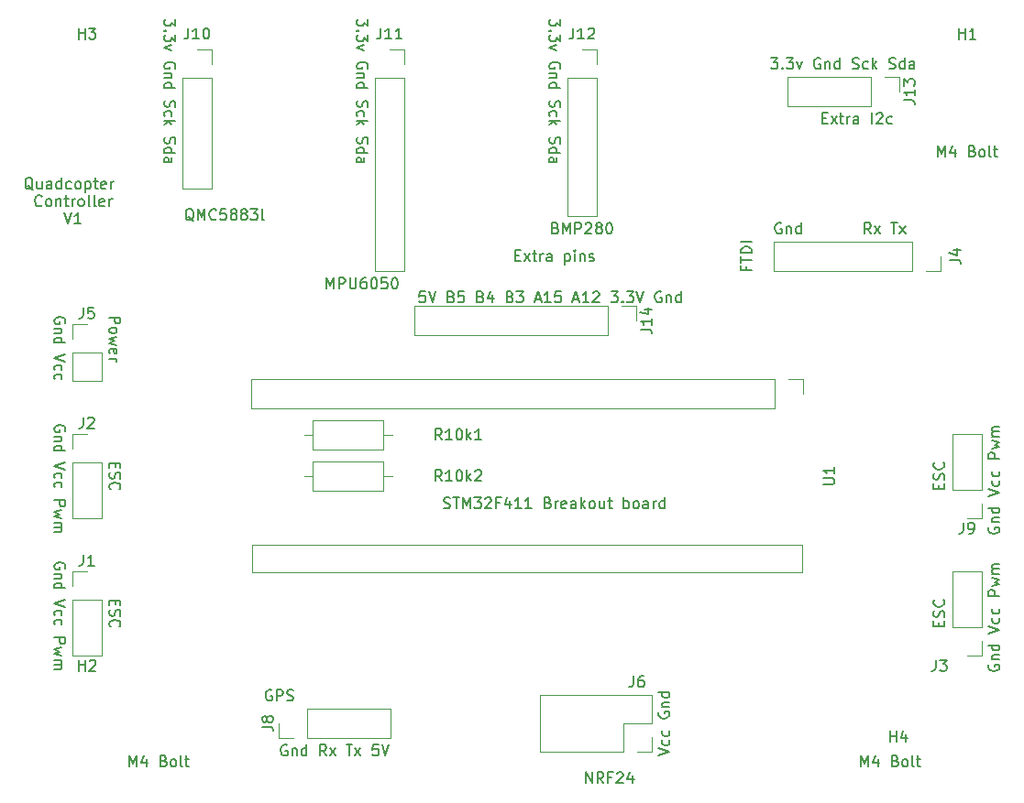
<source format=gbr>
%TF.GenerationSoftware,KiCad,Pcbnew,(6.0.8)*%
%TF.CreationDate,2022-12-03T20:58:23+01:00*%
%TF.ProjectId,f411,66343131-2e6b-4696-9361-645f70636258,V01*%
%TF.SameCoordinates,Original*%
%TF.FileFunction,Legend,Top*%
%TF.FilePolarity,Positive*%
%FSLAX46Y46*%
G04 Gerber Fmt 4.6, Leading zero omitted, Abs format (unit mm)*
G04 Created by KiCad (PCBNEW (6.0.8)) date 2022-12-03 20:58:23*
%MOMM*%
%LPD*%
G01*
G04 APERTURE LIST*
%ADD10C,0.150000*%
%ADD11C,0.120000*%
G04 APERTURE END LIST*
D10*
X155297523Y-143708380D02*
X155297523Y-142708380D01*
X155630857Y-143422666D01*
X155964190Y-142708380D01*
X155964190Y-143708380D01*
X156868952Y-143041714D02*
X156868952Y-143708380D01*
X156630857Y-142660761D02*
X156392761Y-143375047D01*
X157011809Y-143375047D01*
X158488000Y-143184571D02*
X158630857Y-143232190D01*
X158678476Y-143279809D01*
X158726095Y-143375047D01*
X158726095Y-143517904D01*
X158678476Y-143613142D01*
X158630857Y-143660761D01*
X158535619Y-143708380D01*
X158154666Y-143708380D01*
X158154666Y-142708380D01*
X158488000Y-142708380D01*
X158583238Y-142756000D01*
X158630857Y-142803619D01*
X158678476Y-142898857D01*
X158678476Y-142994095D01*
X158630857Y-143089333D01*
X158583238Y-143136952D01*
X158488000Y-143184571D01*
X158154666Y-143184571D01*
X159297523Y-143708380D02*
X159202285Y-143660761D01*
X159154666Y-143613142D01*
X159107047Y-143517904D01*
X159107047Y-143232190D01*
X159154666Y-143136952D01*
X159202285Y-143089333D01*
X159297523Y-143041714D01*
X159440380Y-143041714D01*
X159535619Y-143089333D01*
X159583238Y-143136952D01*
X159630857Y-143232190D01*
X159630857Y-143517904D01*
X159583238Y-143613142D01*
X159535619Y-143660761D01*
X159440380Y-143708380D01*
X159297523Y-143708380D01*
X160202285Y-143708380D02*
X160107047Y-143660761D01*
X160059428Y-143565523D01*
X160059428Y-142708380D01*
X160440380Y-143041714D02*
X160821333Y-143041714D01*
X160583238Y-142708380D02*
X160583238Y-143565523D01*
X160630857Y-143660761D01*
X160726095Y-143708380D01*
X160821333Y-143708380D01*
X87733523Y-143708380D02*
X87733523Y-142708380D01*
X88066857Y-143422666D01*
X88400190Y-142708380D01*
X88400190Y-143708380D01*
X89304952Y-143041714D02*
X89304952Y-143708380D01*
X89066857Y-142660761D02*
X88828761Y-143375047D01*
X89447809Y-143375047D01*
X90924000Y-143184571D02*
X91066857Y-143232190D01*
X91114476Y-143279809D01*
X91162095Y-143375047D01*
X91162095Y-143517904D01*
X91114476Y-143613142D01*
X91066857Y-143660761D01*
X90971619Y-143708380D01*
X90590666Y-143708380D01*
X90590666Y-142708380D01*
X90924000Y-142708380D01*
X91019238Y-142756000D01*
X91066857Y-142803619D01*
X91114476Y-142898857D01*
X91114476Y-142994095D01*
X91066857Y-143089333D01*
X91019238Y-143136952D01*
X90924000Y-143184571D01*
X90590666Y-143184571D01*
X91733523Y-143708380D02*
X91638285Y-143660761D01*
X91590666Y-143613142D01*
X91543047Y-143517904D01*
X91543047Y-143232190D01*
X91590666Y-143136952D01*
X91638285Y-143089333D01*
X91733523Y-143041714D01*
X91876380Y-143041714D01*
X91971619Y-143089333D01*
X92019238Y-143136952D01*
X92066857Y-143232190D01*
X92066857Y-143517904D01*
X92019238Y-143613142D01*
X91971619Y-143660761D01*
X91876380Y-143708380D01*
X91733523Y-143708380D01*
X92638285Y-143708380D02*
X92543047Y-143660761D01*
X92495428Y-143565523D01*
X92495428Y-142708380D01*
X92876380Y-143041714D02*
X93257333Y-143041714D01*
X93019238Y-142708380D02*
X93019238Y-143565523D01*
X93066857Y-143660761D01*
X93162095Y-143708380D01*
X93257333Y-143708380D01*
X162409523Y-87320380D02*
X162409523Y-86320380D01*
X162742857Y-87034666D01*
X163076190Y-86320380D01*
X163076190Y-87320380D01*
X163980952Y-86653714D02*
X163980952Y-87320380D01*
X163742857Y-86272761D02*
X163504761Y-86987047D01*
X164123809Y-86987047D01*
X165600000Y-86796571D02*
X165742857Y-86844190D01*
X165790476Y-86891809D01*
X165838095Y-86987047D01*
X165838095Y-87129904D01*
X165790476Y-87225142D01*
X165742857Y-87272761D01*
X165647619Y-87320380D01*
X165266666Y-87320380D01*
X165266666Y-86320380D01*
X165600000Y-86320380D01*
X165695238Y-86368000D01*
X165742857Y-86415619D01*
X165790476Y-86510857D01*
X165790476Y-86606095D01*
X165742857Y-86701333D01*
X165695238Y-86748952D01*
X165600000Y-86796571D01*
X165266666Y-86796571D01*
X166409523Y-87320380D02*
X166314285Y-87272761D01*
X166266666Y-87225142D01*
X166219047Y-87129904D01*
X166219047Y-86844190D01*
X166266666Y-86748952D01*
X166314285Y-86701333D01*
X166409523Y-86653714D01*
X166552380Y-86653714D01*
X166647619Y-86701333D01*
X166695238Y-86748952D01*
X166742857Y-86844190D01*
X166742857Y-87129904D01*
X166695238Y-87225142D01*
X166647619Y-87272761D01*
X166552380Y-87320380D01*
X166409523Y-87320380D01*
X167314285Y-87320380D02*
X167219047Y-87272761D01*
X167171428Y-87177523D01*
X167171428Y-86320380D01*
X167552380Y-86653714D02*
X167933333Y-86653714D01*
X167695238Y-86320380D02*
X167695238Y-87177523D01*
X167742857Y-87272761D01*
X167838095Y-87320380D01*
X167933333Y-87320380D01*
X78835714Y-90377619D02*
X78740476Y-90330000D01*
X78645238Y-90234761D01*
X78502380Y-90091904D01*
X78407142Y-90044285D01*
X78311904Y-90044285D01*
X78359523Y-90282380D02*
X78264285Y-90234761D01*
X78169047Y-90139523D01*
X78121428Y-89949047D01*
X78121428Y-89615714D01*
X78169047Y-89425238D01*
X78264285Y-89330000D01*
X78359523Y-89282380D01*
X78550000Y-89282380D01*
X78645238Y-89330000D01*
X78740476Y-89425238D01*
X78788095Y-89615714D01*
X78788095Y-89949047D01*
X78740476Y-90139523D01*
X78645238Y-90234761D01*
X78550000Y-90282380D01*
X78359523Y-90282380D01*
X79645238Y-89615714D02*
X79645238Y-90282380D01*
X79216666Y-89615714D02*
X79216666Y-90139523D01*
X79264285Y-90234761D01*
X79359523Y-90282380D01*
X79502380Y-90282380D01*
X79597619Y-90234761D01*
X79645238Y-90187142D01*
X80550000Y-90282380D02*
X80550000Y-89758571D01*
X80502380Y-89663333D01*
X80407142Y-89615714D01*
X80216666Y-89615714D01*
X80121428Y-89663333D01*
X80550000Y-90234761D02*
X80454761Y-90282380D01*
X80216666Y-90282380D01*
X80121428Y-90234761D01*
X80073809Y-90139523D01*
X80073809Y-90044285D01*
X80121428Y-89949047D01*
X80216666Y-89901428D01*
X80454761Y-89901428D01*
X80550000Y-89853809D01*
X81454761Y-90282380D02*
X81454761Y-89282380D01*
X81454761Y-90234761D02*
X81359523Y-90282380D01*
X81169047Y-90282380D01*
X81073809Y-90234761D01*
X81026190Y-90187142D01*
X80978571Y-90091904D01*
X80978571Y-89806190D01*
X81026190Y-89710952D01*
X81073809Y-89663333D01*
X81169047Y-89615714D01*
X81359523Y-89615714D01*
X81454761Y-89663333D01*
X82359523Y-90234761D02*
X82264285Y-90282380D01*
X82073809Y-90282380D01*
X81978571Y-90234761D01*
X81930952Y-90187142D01*
X81883333Y-90091904D01*
X81883333Y-89806190D01*
X81930952Y-89710952D01*
X81978571Y-89663333D01*
X82073809Y-89615714D01*
X82264285Y-89615714D01*
X82359523Y-89663333D01*
X82930952Y-90282380D02*
X82835714Y-90234761D01*
X82788095Y-90187142D01*
X82740476Y-90091904D01*
X82740476Y-89806190D01*
X82788095Y-89710952D01*
X82835714Y-89663333D01*
X82930952Y-89615714D01*
X83073809Y-89615714D01*
X83169047Y-89663333D01*
X83216666Y-89710952D01*
X83264285Y-89806190D01*
X83264285Y-90091904D01*
X83216666Y-90187142D01*
X83169047Y-90234761D01*
X83073809Y-90282380D01*
X82930952Y-90282380D01*
X83692857Y-89615714D02*
X83692857Y-90615714D01*
X83692857Y-89663333D02*
X83788095Y-89615714D01*
X83978571Y-89615714D01*
X84073809Y-89663333D01*
X84121428Y-89710952D01*
X84169047Y-89806190D01*
X84169047Y-90091904D01*
X84121428Y-90187142D01*
X84073809Y-90234761D01*
X83978571Y-90282380D01*
X83788095Y-90282380D01*
X83692857Y-90234761D01*
X84454761Y-89615714D02*
X84835714Y-89615714D01*
X84597619Y-89282380D02*
X84597619Y-90139523D01*
X84645238Y-90234761D01*
X84740476Y-90282380D01*
X84835714Y-90282380D01*
X85550000Y-90234761D02*
X85454761Y-90282380D01*
X85264285Y-90282380D01*
X85169047Y-90234761D01*
X85121428Y-90139523D01*
X85121428Y-89758571D01*
X85169047Y-89663333D01*
X85264285Y-89615714D01*
X85454761Y-89615714D01*
X85550000Y-89663333D01*
X85597619Y-89758571D01*
X85597619Y-89853809D01*
X85121428Y-89949047D01*
X86026190Y-90282380D02*
X86026190Y-89615714D01*
X86026190Y-89806190D02*
X86073809Y-89710952D01*
X86121428Y-89663333D01*
X86216666Y-89615714D01*
X86311904Y-89615714D01*
X79645238Y-91797142D02*
X79597619Y-91844761D01*
X79454761Y-91892380D01*
X79359523Y-91892380D01*
X79216666Y-91844761D01*
X79121428Y-91749523D01*
X79073809Y-91654285D01*
X79026190Y-91463809D01*
X79026190Y-91320952D01*
X79073809Y-91130476D01*
X79121428Y-91035238D01*
X79216666Y-90940000D01*
X79359523Y-90892380D01*
X79454761Y-90892380D01*
X79597619Y-90940000D01*
X79645238Y-90987619D01*
X80216666Y-91892380D02*
X80121428Y-91844761D01*
X80073809Y-91797142D01*
X80026190Y-91701904D01*
X80026190Y-91416190D01*
X80073809Y-91320952D01*
X80121428Y-91273333D01*
X80216666Y-91225714D01*
X80359523Y-91225714D01*
X80454761Y-91273333D01*
X80502380Y-91320952D01*
X80550000Y-91416190D01*
X80550000Y-91701904D01*
X80502380Y-91797142D01*
X80454761Y-91844761D01*
X80359523Y-91892380D01*
X80216666Y-91892380D01*
X80978571Y-91225714D02*
X80978571Y-91892380D01*
X80978571Y-91320952D02*
X81026190Y-91273333D01*
X81121428Y-91225714D01*
X81264285Y-91225714D01*
X81359523Y-91273333D01*
X81407142Y-91368571D01*
X81407142Y-91892380D01*
X81740476Y-91225714D02*
X82121428Y-91225714D01*
X81883333Y-90892380D02*
X81883333Y-91749523D01*
X81930952Y-91844761D01*
X82026190Y-91892380D01*
X82121428Y-91892380D01*
X82454761Y-91892380D02*
X82454761Y-91225714D01*
X82454761Y-91416190D02*
X82502380Y-91320952D01*
X82550000Y-91273333D01*
X82645238Y-91225714D01*
X82740476Y-91225714D01*
X83216666Y-91892380D02*
X83121428Y-91844761D01*
X83073809Y-91797142D01*
X83026190Y-91701904D01*
X83026190Y-91416190D01*
X83073809Y-91320952D01*
X83121428Y-91273333D01*
X83216666Y-91225714D01*
X83359523Y-91225714D01*
X83454761Y-91273333D01*
X83502380Y-91320952D01*
X83550000Y-91416190D01*
X83550000Y-91701904D01*
X83502380Y-91797142D01*
X83454761Y-91844761D01*
X83359523Y-91892380D01*
X83216666Y-91892380D01*
X84121428Y-91892380D02*
X84026190Y-91844761D01*
X83978571Y-91749523D01*
X83978571Y-90892380D01*
X84645238Y-91892380D02*
X84550000Y-91844761D01*
X84502380Y-91749523D01*
X84502380Y-90892380D01*
X85407142Y-91844761D02*
X85311904Y-91892380D01*
X85121428Y-91892380D01*
X85026190Y-91844761D01*
X84978571Y-91749523D01*
X84978571Y-91368571D01*
X85026190Y-91273333D01*
X85121428Y-91225714D01*
X85311904Y-91225714D01*
X85407142Y-91273333D01*
X85454761Y-91368571D01*
X85454761Y-91463809D01*
X84978571Y-91559047D01*
X85883333Y-91892380D02*
X85883333Y-91225714D01*
X85883333Y-91416190D02*
X85930952Y-91320952D01*
X85978571Y-91273333D01*
X86073809Y-91225714D01*
X86169047Y-91225714D01*
X81740476Y-92502380D02*
X82073809Y-93502380D01*
X82407142Y-92502380D01*
X83264285Y-93502380D02*
X82692857Y-93502380D01*
X82978571Y-93502380D02*
X82978571Y-92502380D01*
X82883333Y-92645238D01*
X82788095Y-92740476D01*
X82692857Y-92788095D01*
X116785714Y-119784761D02*
X116928571Y-119832380D01*
X117166666Y-119832380D01*
X117261904Y-119784761D01*
X117309523Y-119737142D01*
X117357142Y-119641904D01*
X117357142Y-119546666D01*
X117309523Y-119451428D01*
X117261904Y-119403809D01*
X117166666Y-119356190D01*
X116976190Y-119308571D01*
X116880952Y-119260952D01*
X116833333Y-119213333D01*
X116785714Y-119118095D01*
X116785714Y-119022857D01*
X116833333Y-118927619D01*
X116880952Y-118880000D01*
X116976190Y-118832380D01*
X117214285Y-118832380D01*
X117357142Y-118880000D01*
X117642857Y-118832380D02*
X118214285Y-118832380D01*
X117928571Y-119832380D02*
X117928571Y-118832380D01*
X118547619Y-119832380D02*
X118547619Y-118832380D01*
X118880952Y-119546666D01*
X119214285Y-118832380D01*
X119214285Y-119832380D01*
X119595238Y-118832380D02*
X120214285Y-118832380D01*
X119880952Y-119213333D01*
X120023809Y-119213333D01*
X120119047Y-119260952D01*
X120166666Y-119308571D01*
X120214285Y-119403809D01*
X120214285Y-119641904D01*
X120166666Y-119737142D01*
X120119047Y-119784761D01*
X120023809Y-119832380D01*
X119738095Y-119832380D01*
X119642857Y-119784761D01*
X119595238Y-119737142D01*
X120595238Y-118927619D02*
X120642857Y-118880000D01*
X120738095Y-118832380D01*
X120976190Y-118832380D01*
X121071428Y-118880000D01*
X121119047Y-118927619D01*
X121166666Y-119022857D01*
X121166666Y-119118095D01*
X121119047Y-119260952D01*
X120547619Y-119832380D01*
X121166666Y-119832380D01*
X121928571Y-119308571D02*
X121595238Y-119308571D01*
X121595238Y-119832380D02*
X121595238Y-118832380D01*
X122071428Y-118832380D01*
X122880952Y-119165714D02*
X122880952Y-119832380D01*
X122642857Y-118784761D02*
X122404761Y-119499047D01*
X123023809Y-119499047D01*
X123928571Y-119832380D02*
X123357142Y-119832380D01*
X123642857Y-119832380D02*
X123642857Y-118832380D01*
X123547619Y-118975238D01*
X123452380Y-119070476D01*
X123357142Y-119118095D01*
X124880952Y-119832380D02*
X124309523Y-119832380D01*
X124595238Y-119832380D02*
X124595238Y-118832380D01*
X124500000Y-118975238D01*
X124404761Y-119070476D01*
X124309523Y-119118095D01*
X126404761Y-119308571D02*
X126547619Y-119356190D01*
X126595238Y-119403809D01*
X126642857Y-119499047D01*
X126642857Y-119641904D01*
X126595238Y-119737142D01*
X126547619Y-119784761D01*
X126452380Y-119832380D01*
X126071428Y-119832380D01*
X126071428Y-118832380D01*
X126404761Y-118832380D01*
X126500000Y-118880000D01*
X126547619Y-118927619D01*
X126595238Y-119022857D01*
X126595238Y-119118095D01*
X126547619Y-119213333D01*
X126500000Y-119260952D01*
X126404761Y-119308571D01*
X126071428Y-119308571D01*
X127071428Y-119832380D02*
X127071428Y-119165714D01*
X127071428Y-119356190D02*
X127119047Y-119260952D01*
X127166666Y-119213333D01*
X127261904Y-119165714D01*
X127357142Y-119165714D01*
X128071428Y-119784761D02*
X127976190Y-119832380D01*
X127785714Y-119832380D01*
X127690476Y-119784761D01*
X127642857Y-119689523D01*
X127642857Y-119308571D01*
X127690476Y-119213333D01*
X127785714Y-119165714D01*
X127976190Y-119165714D01*
X128071428Y-119213333D01*
X128119047Y-119308571D01*
X128119047Y-119403809D01*
X127642857Y-119499047D01*
X128976190Y-119832380D02*
X128976190Y-119308571D01*
X128928571Y-119213333D01*
X128833333Y-119165714D01*
X128642857Y-119165714D01*
X128547619Y-119213333D01*
X128976190Y-119784761D02*
X128880952Y-119832380D01*
X128642857Y-119832380D01*
X128547619Y-119784761D01*
X128500000Y-119689523D01*
X128500000Y-119594285D01*
X128547619Y-119499047D01*
X128642857Y-119451428D01*
X128880952Y-119451428D01*
X128976190Y-119403809D01*
X129452380Y-119832380D02*
X129452380Y-118832380D01*
X129547619Y-119451428D02*
X129833333Y-119832380D01*
X129833333Y-119165714D02*
X129452380Y-119546666D01*
X130404761Y-119832380D02*
X130309523Y-119784761D01*
X130261904Y-119737142D01*
X130214285Y-119641904D01*
X130214285Y-119356190D01*
X130261904Y-119260952D01*
X130309523Y-119213333D01*
X130404761Y-119165714D01*
X130547619Y-119165714D01*
X130642857Y-119213333D01*
X130690476Y-119260952D01*
X130738095Y-119356190D01*
X130738095Y-119641904D01*
X130690476Y-119737142D01*
X130642857Y-119784761D01*
X130547619Y-119832380D01*
X130404761Y-119832380D01*
X131595238Y-119165714D02*
X131595238Y-119832380D01*
X131166666Y-119165714D02*
X131166666Y-119689523D01*
X131214285Y-119784761D01*
X131309523Y-119832380D01*
X131452380Y-119832380D01*
X131547619Y-119784761D01*
X131595238Y-119737142D01*
X131928571Y-119165714D02*
X132309523Y-119165714D01*
X132071428Y-118832380D02*
X132071428Y-119689523D01*
X132119047Y-119784761D01*
X132214285Y-119832380D01*
X132309523Y-119832380D01*
X133404761Y-119832380D02*
X133404761Y-118832380D01*
X133404761Y-119213333D02*
X133500000Y-119165714D01*
X133690476Y-119165714D01*
X133785714Y-119213333D01*
X133833333Y-119260952D01*
X133880952Y-119356190D01*
X133880952Y-119641904D01*
X133833333Y-119737142D01*
X133785714Y-119784761D01*
X133690476Y-119832380D01*
X133500000Y-119832380D01*
X133404761Y-119784761D01*
X134452380Y-119832380D02*
X134357142Y-119784761D01*
X134309523Y-119737142D01*
X134261904Y-119641904D01*
X134261904Y-119356190D01*
X134309523Y-119260952D01*
X134357142Y-119213333D01*
X134452380Y-119165714D01*
X134595238Y-119165714D01*
X134690476Y-119213333D01*
X134738095Y-119260952D01*
X134785714Y-119356190D01*
X134785714Y-119641904D01*
X134738095Y-119737142D01*
X134690476Y-119784761D01*
X134595238Y-119832380D01*
X134452380Y-119832380D01*
X135642857Y-119832380D02*
X135642857Y-119308571D01*
X135595238Y-119213333D01*
X135500000Y-119165714D01*
X135309523Y-119165714D01*
X135214285Y-119213333D01*
X135642857Y-119784761D02*
X135547619Y-119832380D01*
X135309523Y-119832380D01*
X135214285Y-119784761D01*
X135166666Y-119689523D01*
X135166666Y-119594285D01*
X135214285Y-119499047D01*
X135309523Y-119451428D01*
X135547619Y-119451428D01*
X135642857Y-119403809D01*
X136119047Y-119832380D02*
X136119047Y-119165714D01*
X136119047Y-119356190D02*
X136166666Y-119260952D01*
X136214285Y-119213333D01*
X136309523Y-119165714D01*
X136404761Y-119165714D01*
X137166666Y-119832380D02*
X137166666Y-118832380D01*
X137166666Y-119784761D02*
X137071428Y-119832380D01*
X136880952Y-119832380D01*
X136785714Y-119784761D01*
X136738095Y-119737142D01*
X136690476Y-119641904D01*
X136690476Y-119356190D01*
X136738095Y-119260952D01*
X136785714Y-119213333D01*
X136880952Y-119165714D01*
X137071428Y-119165714D01*
X137166666Y-119213333D01*
X129913333Y-145232380D02*
X129913333Y-144232380D01*
X130484761Y-145232380D01*
X130484761Y-144232380D01*
X131532380Y-145232380D02*
X131199047Y-144756190D01*
X130960952Y-145232380D02*
X130960952Y-144232380D01*
X131341904Y-144232380D01*
X131437142Y-144280000D01*
X131484761Y-144327619D01*
X131532380Y-144422857D01*
X131532380Y-144565714D01*
X131484761Y-144660952D01*
X131437142Y-144708571D01*
X131341904Y-144756190D01*
X130960952Y-144756190D01*
X132294285Y-144708571D02*
X131960952Y-144708571D01*
X131960952Y-145232380D02*
X131960952Y-144232380D01*
X132437142Y-144232380D01*
X132770476Y-144327619D02*
X132818095Y-144280000D01*
X132913333Y-144232380D01*
X133151428Y-144232380D01*
X133246666Y-144280000D01*
X133294285Y-144327619D01*
X133341904Y-144422857D01*
X133341904Y-144518095D01*
X133294285Y-144660952D01*
X132722857Y-145232380D01*
X133341904Y-145232380D01*
X134199047Y-144565714D02*
X134199047Y-145232380D01*
X133960952Y-144184761D02*
X133722857Y-144899047D01*
X134341904Y-144899047D01*
X115047619Y-99782380D02*
X114571428Y-99782380D01*
X114523809Y-100258571D01*
X114571428Y-100210952D01*
X114666666Y-100163333D01*
X114904761Y-100163333D01*
X115000000Y-100210952D01*
X115047619Y-100258571D01*
X115095238Y-100353809D01*
X115095238Y-100591904D01*
X115047619Y-100687142D01*
X115000000Y-100734761D01*
X114904761Y-100782380D01*
X114666666Y-100782380D01*
X114571428Y-100734761D01*
X114523809Y-100687142D01*
X115380952Y-99782380D02*
X115714285Y-100782380D01*
X116047619Y-99782380D01*
X117476190Y-100258571D02*
X117619047Y-100306190D01*
X117666666Y-100353809D01*
X117714285Y-100449047D01*
X117714285Y-100591904D01*
X117666666Y-100687142D01*
X117619047Y-100734761D01*
X117523809Y-100782380D01*
X117142857Y-100782380D01*
X117142857Y-99782380D01*
X117476190Y-99782380D01*
X117571428Y-99830000D01*
X117619047Y-99877619D01*
X117666666Y-99972857D01*
X117666666Y-100068095D01*
X117619047Y-100163333D01*
X117571428Y-100210952D01*
X117476190Y-100258571D01*
X117142857Y-100258571D01*
X118619047Y-99782380D02*
X118142857Y-99782380D01*
X118095238Y-100258571D01*
X118142857Y-100210952D01*
X118238095Y-100163333D01*
X118476190Y-100163333D01*
X118571428Y-100210952D01*
X118619047Y-100258571D01*
X118666666Y-100353809D01*
X118666666Y-100591904D01*
X118619047Y-100687142D01*
X118571428Y-100734761D01*
X118476190Y-100782380D01*
X118238095Y-100782380D01*
X118142857Y-100734761D01*
X118095238Y-100687142D01*
X120190476Y-100258571D02*
X120333333Y-100306190D01*
X120380952Y-100353809D01*
X120428571Y-100449047D01*
X120428571Y-100591904D01*
X120380952Y-100687142D01*
X120333333Y-100734761D01*
X120238095Y-100782380D01*
X119857142Y-100782380D01*
X119857142Y-99782380D01*
X120190476Y-99782380D01*
X120285714Y-99830000D01*
X120333333Y-99877619D01*
X120380952Y-99972857D01*
X120380952Y-100068095D01*
X120333333Y-100163333D01*
X120285714Y-100210952D01*
X120190476Y-100258571D01*
X119857142Y-100258571D01*
X121285714Y-100115714D02*
X121285714Y-100782380D01*
X121047619Y-99734761D02*
X120809523Y-100449047D01*
X121428571Y-100449047D01*
X122904761Y-100258571D02*
X123047619Y-100306190D01*
X123095238Y-100353809D01*
X123142857Y-100449047D01*
X123142857Y-100591904D01*
X123095238Y-100687142D01*
X123047619Y-100734761D01*
X122952380Y-100782380D01*
X122571428Y-100782380D01*
X122571428Y-99782380D01*
X122904761Y-99782380D01*
X123000000Y-99830000D01*
X123047619Y-99877619D01*
X123095238Y-99972857D01*
X123095238Y-100068095D01*
X123047619Y-100163333D01*
X123000000Y-100210952D01*
X122904761Y-100258571D01*
X122571428Y-100258571D01*
X123476190Y-99782380D02*
X124095238Y-99782380D01*
X123761904Y-100163333D01*
X123904761Y-100163333D01*
X124000000Y-100210952D01*
X124047619Y-100258571D01*
X124095238Y-100353809D01*
X124095238Y-100591904D01*
X124047619Y-100687142D01*
X124000000Y-100734761D01*
X123904761Y-100782380D01*
X123619047Y-100782380D01*
X123523809Y-100734761D01*
X123476190Y-100687142D01*
X125238095Y-100496666D02*
X125714285Y-100496666D01*
X125142857Y-100782380D02*
X125476190Y-99782380D01*
X125809523Y-100782380D01*
X126666666Y-100782380D02*
X126095238Y-100782380D01*
X126380952Y-100782380D02*
X126380952Y-99782380D01*
X126285714Y-99925238D01*
X126190476Y-100020476D01*
X126095238Y-100068095D01*
X127571428Y-99782380D02*
X127095238Y-99782380D01*
X127047619Y-100258571D01*
X127095238Y-100210952D01*
X127190476Y-100163333D01*
X127428571Y-100163333D01*
X127523809Y-100210952D01*
X127571428Y-100258571D01*
X127619047Y-100353809D01*
X127619047Y-100591904D01*
X127571428Y-100687142D01*
X127523809Y-100734761D01*
X127428571Y-100782380D01*
X127190476Y-100782380D01*
X127095238Y-100734761D01*
X127047619Y-100687142D01*
X128761904Y-100496666D02*
X129238095Y-100496666D01*
X128666666Y-100782380D02*
X128999999Y-99782380D01*
X129333333Y-100782380D01*
X130190476Y-100782380D02*
X129619047Y-100782380D01*
X129904761Y-100782380D02*
X129904761Y-99782380D01*
X129809523Y-99925238D01*
X129714285Y-100020476D01*
X129619047Y-100068095D01*
X130571428Y-99877619D02*
X130619047Y-99830000D01*
X130714285Y-99782380D01*
X130952380Y-99782380D01*
X131047619Y-99830000D01*
X131095238Y-99877619D01*
X131142857Y-99972857D01*
X131142857Y-100068095D01*
X131095238Y-100210952D01*
X130523809Y-100782380D01*
X131142857Y-100782380D01*
X132238095Y-99782380D02*
X132857142Y-99782380D01*
X132523809Y-100163333D01*
X132666666Y-100163333D01*
X132761904Y-100210952D01*
X132809523Y-100258571D01*
X132857142Y-100353809D01*
X132857142Y-100591904D01*
X132809523Y-100687142D01*
X132761904Y-100734761D01*
X132666666Y-100782380D01*
X132380952Y-100782380D01*
X132285714Y-100734761D01*
X132238095Y-100687142D01*
X133285714Y-100687142D02*
X133333333Y-100734761D01*
X133285714Y-100782380D01*
X133238095Y-100734761D01*
X133285714Y-100687142D01*
X133285714Y-100782380D01*
X133666666Y-99782380D02*
X134285714Y-99782380D01*
X133952380Y-100163333D01*
X134095238Y-100163333D01*
X134190476Y-100210952D01*
X134238095Y-100258571D01*
X134285714Y-100353809D01*
X134285714Y-100591904D01*
X134238095Y-100687142D01*
X134190476Y-100734761D01*
X134095238Y-100782380D01*
X133809523Y-100782380D01*
X133714285Y-100734761D01*
X133666666Y-100687142D01*
X134571428Y-99782380D02*
X134904761Y-100782380D01*
X135238095Y-99782380D01*
X136857142Y-99830000D02*
X136761904Y-99782380D01*
X136619047Y-99782380D01*
X136476190Y-99830000D01*
X136380952Y-99925238D01*
X136333333Y-100020476D01*
X136285714Y-100210952D01*
X136285714Y-100353809D01*
X136333333Y-100544285D01*
X136380952Y-100639523D01*
X136476190Y-100734761D01*
X136619047Y-100782380D01*
X136714285Y-100782380D01*
X136857142Y-100734761D01*
X136904761Y-100687142D01*
X136904761Y-100353809D01*
X136714285Y-100353809D01*
X137333333Y-100115714D02*
X137333333Y-100782380D01*
X137333333Y-100210952D02*
X137380952Y-100163333D01*
X137476190Y-100115714D01*
X137619047Y-100115714D01*
X137714285Y-100163333D01*
X137761904Y-100258571D01*
X137761904Y-100782380D01*
X138666666Y-100782380D02*
X138666666Y-99782380D01*
X138666666Y-100734761D02*
X138571428Y-100782380D01*
X138380952Y-100782380D01*
X138285714Y-100734761D01*
X138238095Y-100687142D01*
X138190476Y-100591904D01*
X138190476Y-100306190D01*
X138238095Y-100210952D01*
X138285714Y-100163333D01*
X138380952Y-100115714D01*
X138571428Y-100115714D01*
X138666666Y-100163333D01*
X123404761Y-96448571D02*
X123738095Y-96448571D01*
X123880952Y-96972380D02*
X123404761Y-96972380D01*
X123404761Y-95972380D01*
X123880952Y-95972380D01*
X124214285Y-96972380D02*
X124738095Y-96305714D01*
X124214285Y-96305714D02*
X124738095Y-96972380D01*
X124976190Y-96305714D02*
X125357142Y-96305714D01*
X125119047Y-95972380D02*
X125119047Y-96829523D01*
X125166666Y-96924761D01*
X125261904Y-96972380D01*
X125357142Y-96972380D01*
X125690476Y-96972380D02*
X125690476Y-96305714D01*
X125690476Y-96496190D02*
X125738095Y-96400952D01*
X125785714Y-96353333D01*
X125880952Y-96305714D01*
X125976190Y-96305714D01*
X126738095Y-96972380D02*
X126738095Y-96448571D01*
X126690476Y-96353333D01*
X126595238Y-96305714D01*
X126404761Y-96305714D01*
X126309523Y-96353333D01*
X126738095Y-96924761D02*
X126642857Y-96972380D01*
X126404761Y-96972380D01*
X126309523Y-96924761D01*
X126261904Y-96829523D01*
X126261904Y-96734285D01*
X126309523Y-96639047D01*
X126404761Y-96591428D01*
X126642857Y-96591428D01*
X126738095Y-96543809D01*
X127976190Y-96305714D02*
X127976190Y-97305714D01*
X127976190Y-96353333D02*
X128071428Y-96305714D01*
X128261904Y-96305714D01*
X128357142Y-96353333D01*
X128404761Y-96400952D01*
X128452380Y-96496190D01*
X128452380Y-96781904D01*
X128404761Y-96877142D01*
X128357142Y-96924761D01*
X128261904Y-96972380D01*
X128071428Y-96972380D01*
X127976190Y-96924761D01*
X128880952Y-96972380D02*
X128880952Y-96305714D01*
X128880952Y-95972380D02*
X128833333Y-96020000D01*
X128880952Y-96067619D01*
X128928571Y-96020000D01*
X128880952Y-95972380D01*
X128880952Y-96067619D01*
X129357142Y-96305714D02*
X129357142Y-96972380D01*
X129357142Y-96400952D02*
X129404761Y-96353333D01*
X129500000Y-96305714D01*
X129642857Y-96305714D01*
X129738095Y-96353333D01*
X129785714Y-96448571D01*
X129785714Y-96972380D01*
X130214285Y-96924761D02*
X130309523Y-96972380D01*
X130500000Y-96972380D01*
X130595238Y-96924761D01*
X130642857Y-96829523D01*
X130642857Y-96781904D01*
X130595238Y-96686666D01*
X130500000Y-96639047D01*
X130357142Y-96639047D01*
X130261904Y-96591428D01*
X130214285Y-96496190D01*
X130214285Y-96448571D01*
X130261904Y-96353333D01*
X130357142Y-96305714D01*
X130500000Y-96305714D01*
X130595238Y-96353333D01*
X151749523Y-83748571D02*
X152082857Y-83748571D01*
X152225714Y-84272380D02*
X151749523Y-84272380D01*
X151749523Y-83272380D01*
X152225714Y-83272380D01*
X152559047Y-84272380D02*
X153082857Y-83605714D01*
X152559047Y-83605714D02*
X153082857Y-84272380D01*
X153320952Y-83605714D02*
X153701904Y-83605714D01*
X153463809Y-83272380D02*
X153463809Y-84129523D01*
X153511428Y-84224761D01*
X153606666Y-84272380D01*
X153701904Y-84272380D01*
X154035238Y-84272380D02*
X154035238Y-83605714D01*
X154035238Y-83796190D02*
X154082857Y-83700952D01*
X154130476Y-83653333D01*
X154225714Y-83605714D01*
X154320952Y-83605714D01*
X155082857Y-84272380D02*
X155082857Y-83748571D01*
X155035238Y-83653333D01*
X154940000Y-83605714D01*
X154749523Y-83605714D01*
X154654285Y-83653333D01*
X155082857Y-84224761D02*
X154987619Y-84272380D01*
X154749523Y-84272380D01*
X154654285Y-84224761D01*
X154606666Y-84129523D01*
X154606666Y-84034285D01*
X154654285Y-83939047D01*
X154749523Y-83891428D01*
X154987619Y-83891428D01*
X155082857Y-83843809D01*
X156320952Y-84272380D02*
X156320952Y-83272380D01*
X156749523Y-83367619D02*
X156797142Y-83320000D01*
X156892380Y-83272380D01*
X157130476Y-83272380D01*
X157225714Y-83320000D01*
X157273333Y-83367619D01*
X157320952Y-83462857D01*
X157320952Y-83558095D01*
X157273333Y-83700952D01*
X156701904Y-84272380D01*
X157320952Y-84272380D01*
X158178095Y-84224761D02*
X158082857Y-84272380D01*
X157892380Y-84272380D01*
X157797142Y-84224761D01*
X157749523Y-84177142D01*
X157701904Y-84081904D01*
X157701904Y-83796190D01*
X157749523Y-83700952D01*
X157797142Y-83653333D01*
X157892380Y-83605714D01*
X158082857Y-83605714D01*
X158178095Y-83653333D01*
X144708571Y-97496190D02*
X144708571Y-97829523D01*
X145232380Y-97829523D02*
X144232380Y-97829523D01*
X144232380Y-97353333D01*
X144232380Y-97115238D02*
X144232380Y-96543809D01*
X145232380Y-96829523D02*
X144232380Y-96829523D01*
X145232380Y-96210476D02*
X144232380Y-96210476D01*
X144232380Y-95972380D01*
X144280000Y-95829523D01*
X144375238Y-95734285D01*
X144470476Y-95686666D01*
X144660952Y-95639047D01*
X144803809Y-95639047D01*
X144994285Y-95686666D01*
X145089523Y-95734285D01*
X145184761Y-95829523D01*
X145232380Y-95972380D01*
X145232380Y-96210476D01*
X145232380Y-95210476D02*
X144232380Y-95210476D01*
X162488571Y-118030476D02*
X162488571Y-117697142D01*
X163012380Y-117554285D02*
X163012380Y-118030476D01*
X162012380Y-118030476D01*
X162012380Y-117554285D01*
X162964761Y-117173333D02*
X163012380Y-117030476D01*
X163012380Y-116792380D01*
X162964761Y-116697142D01*
X162917142Y-116649523D01*
X162821904Y-116601904D01*
X162726666Y-116601904D01*
X162631428Y-116649523D01*
X162583809Y-116697142D01*
X162536190Y-116792380D01*
X162488571Y-116982857D01*
X162440952Y-117078095D01*
X162393333Y-117125714D01*
X162298095Y-117173333D01*
X162202857Y-117173333D01*
X162107619Y-117125714D01*
X162060000Y-117078095D01*
X162012380Y-116982857D01*
X162012380Y-116744761D01*
X162060000Y-116601904D01*
X162917142Y-115601904D02*
X162964761Y-115649523D01*
X163012380Y-115792380D01*
X163012380Y-115887619D01*
X162964761Y-116030476D01*
X162869523Y-116125714D01*
X162774285Y-116173333D01*
X162583809Y-116220952D01*
X162440952Y-116220952D01*
X162250476Y-116173333D01*
X162155238Y-116125714D01*
X162060000Y-116030476D01*
X162012380Y-115887619D01*
X162012380Y-115792380D01*
X162060000Y-115649523D01*
X162107619Y-115601904D01*
X162488571Y-130730476D02*
X162488571Y-130397142D01*
X163012380Y-130254285D02*
X163012380Y-130730476D01*
X162012380Y-130730476D01*
X162012380Y-130254285D01*
X162964761Y-129873333D02*
X163012380Y-129730476D01*
X163012380Y-129492380D01*
X162964761Y-129397142D01*
X162917142Y-129349523D01*
X162821904Y-129301904D01*
X162726666Y-129301904D01*
X162631428Y-129349523D01*
X162583809Y-129397142D01*
X162536190Y-129492380D01*
X162488571Y-129682857D01*
X162440952Y-129778095D01*
X162393333Y-129825714D01*
X162298095Y-129873333D01*
X162202857Y-129873333D01*
X162107619Y-129825714D01*
X162060000Y-129778095D01*
X162012380Y-129682857D01*
X162012380Y-129444761D01*
X162060000Y-129301904D01*
X162917142Y-128301904D02*
X162964761Y-128349523D01*
X163012380Y-128492380D01*
X163012380Y-128587619D01*
X162964761Y-128730476D01*
X162869523Y-128825714D01*
X162774285Y-128873333D01*
X162583809Y-128920952D01*
X162440952Y-128920952D01*
X162250476Y-128873333D01*
X162155238Y-128825714D01*
X162060000Y-128730476D01*
X162012380Y-128587619D01*
X162012380Y-128492380D01*
X162060000Y-128349523D01*
X162107619Y-128301904D01*
X86431428Y-128349523D02*
X86431428Y-128682857D01*
X85907619Y-128825714D02*
X85907619Y-128349523D01*
X86907619Y-128349523D01*
X86907619Y-128825714D01*
X85955238Y-129206666D02*
X85907619Y-129349523D01*
X85907619Y-129587619D01*
X85955238Y-129682857D01*
X86002857Y-129730476D01*
X86098095Y-129778095D01*
X86193333Y-129778095D01*
X86288571Y-129730476D01*
X86336190Y-129682857D01*
X86383809Y-129587619D01*
X86431428Y-129397142D01*
X86479047Y-129301904D01*
X86526666Y-129254285D01*
X86621904Y-129206666D01*
X86717142Y-129206666D01*
X86812380Y-129254285D01*
X86860000Y-129301904D01*
X86907619Y-129397142D01*
X86907619Y-129635238D01*
X86860000Y-129778095D01*
X86002857Y-130778095D02*
X85955238Y-130730476D01*
X85907619Y-130587619D01*
X85907619Y-130492380D01*
X85955238Y-130349523D01*
X86050476Y-130254285D01*
X86145714Y-130206666D01*
X86336190Y-130159047D01*
X86479047Y-130159047D01*
X86669523Y-130206666D01*
X86764761Y-130254285D01*
X86860000Y-130349523D01*
X86907619Y-130492380D01*
X86907619Y-130587619D01*
X86860000Y-130730476D01*
X86812380Y-130778095D01*
X86431428Y-115649523D02*
X86431428Y-115982857D01*
X85907619Y-116125714D02*
X85907619Y-115649523D01*
X86907619Y-115649523D01*
X86907619Y-116125714D01*
X85955238Y-116506666D02*
X85907619Y-116649523D01*
X85907619Y-116887619D01*
X85955238Y-116982857D01*
X86002857Y-117030476D01*
X86098095Y-117078095D01*
X86193333Y-117078095D01*
X86288571Y-117030476D01*
X86336190Y-116982857D01*
X86383809Y-116887619D01*
X86431428Y-116697142D01*
X86479047Y-116601904D01*
X86526666Y-116554285D01*
X86621904Y-116506666D01*
X86717142Y-116506666D01*
X86812380Y-116554285D01*
X86860000Y-116601904D01*
X86907619Y-116697142D01*
X86907619Y-116935238D01*
X86860000Y-117078095D01*
X86002857Y-118078095D02*
X85955238Y-118030476D01*
X85907619Y-117887619D01*
X85907619Y-117792380D01*
X85955238Y-117649523D01*
X86050476Y-117554285D01*
X86145714Y-117506666D01*
X86336190Y-117459047D01*
X86479047Y-117459047D01*
X86669523Y-117506666D01*
X86764761Y-117554285D01*
X86860000Y-117649523D01*
X86907619Y-117792380D01*
X86907619Y-117887619D01*
X86860000Y-118030476D01*
X86812380Y-118078095D01*
X100885714Y-136660000D02*
X100790476Y-136612380D01*
X100647619Y-136612380D01*
X100504761Y-136660000D01*
X100409523Y-136755238D01*
X100361904Y-136850476D01*
X100314285Y-137040952D01*
X100314285Y-137183809D01*
X100361904Y-137374285D01*
X100409523Y-137469523D01*
X100504761Y-137564761D01*
X100647619Y-137612380D01*
X100742857Y-137612380D01*
X100885714Y-137564761D01*
X100933333Y-137517142D01*
X100933333Y-137183809D01*
X100742857Y-137183809D01*
X101361904Y-137612380D02*
X101361904Y-136612380D01*
X101742857Y-136612380D01*
X101838095Y-136660000D01*
X101885714Y-136707619D01*
X101933333Y-136802857D01*
X101933333Y-136945714D01*
X101885714Y-137040952D01*
X101838095Y-137088571D01*
X101742857Y-137136190D01*
X101361904Y-137136190D01*
X102314285Y-137564761D02*
X102457142Y-137612380D01*
X102695238Y-137612380D01*
X102790476Y-137564761D01*
X102838095Y-137517142D01*
X102885714Y-137421904D01*
X102885714Y-137326666D01*
X102838095Y-137231428D01*
X102790476Y-137183809D01*
X102695238Y-137136190D01*
X102504761Y-137088571D01*
X102409523Y-137040952D01*
X102361904Y-136993333D01*
X102314285Y-136898095D01*
X102314285Y-136802857D01*
X102361904Y-136707619D01*
X102409523Y-136660000D01*
X102504761Y-136612380D01*
X102742857Y-136612380D01*
X102885714Y-136660000D01*
X136612380Y-142676190D02*
X137612380Y-142342857D01*
X136612380Y-142009523D01*
X137564761Y-141247619D02*
X137612380Y-141342857D01*
X137612380Y-141533333D01*
X137564761Y-141628571D01*
X137517142Y-141676190D01*
X137421904Y-141723809D01*
X137136190Y-141723809D01*
X137040952Y-141676190D01*
X136993333Y-141628571D01*
X136945714Y-141533333D01*
X136945714Y-141342857D01*
X136993333Y-141247619D01*
X137564761Y-140390476D02*
X137612380Y-140485714D01*
X137612380Y-140676190D01*
X137564761Y-140771428D01*
X137517142Y-140819047D01*
X137421904Y-140866666D01*
X137136190Y-140866666D01*
X137040952Y-140819047D01*
X136993333Y-140771428D01*
X136945714Y-140676190D01*
X136945714Y-140485714D01*
X136993333Y-140390476D01*
X136660000Y-138676190D02*
X136612380Y-138771428D01*
X136612380Y-138914285D01*
X136660000Y-139057142D01*
X136755238Y-139152380D01*
X136850476Y-139200000D01*
X137040952Y-139247619D01*
X137183809Y-139247619D01*
X137374285Y-139200000D01*
X137469523Y-139152380D01*
X137564761Y-139057142D01*
X137612380Y-138914285D01*
X137612380Y-138819047D01*
X137564761Y-138676190D01*
X137517142Y-138628571D01*
X137183809Y-138628571D01*
X137183809Y-138819047D01*
X136945714Y-138200000D02*
X137612380Y-138200000D01*
X137040952Y-138200000D02*
X136993333Y-138152380D01*
X136945714Y-138057142D01*
X136945714Y-137914285D01*
X136993333Y-137819047D01*
X137088571Y-137771428D01*
X137612380Y-137771428D01*
X137612380Y-136866666D02*
X136612380Y-136866666D01*
X137564761Y-136866666D02*
X137612380Y-136961904D01*
X137612380Y-137152380D01*
X137564761Y-137247619D01*
X137517142Y-137295238D01*
X137421904Y-137342857D01*
X137136190Y-137342857D01*
X137040952Y-137295238D01*
X136993333Y-137247619D01*
X136945714Y-137152380D01*
X136945714Y-136961904D01*
X136993333Y-136866666D01*
X127111428Y-93908571D02*
X127254285Y-93956190D01*
X127301904Y-94003809D01*
X127349523Y-94099047D01*
X127349523Y-94241904D01*
X127301904Y-94337142D01*
X127254285Y-94384761D01*
X127159047Y-94432380D01*
X126778095Y-94432380D01*
X126778095Y-93432380D01*
X127111428Y-93432380D01*
X127206666Y-93480000D01*
X127254285Y-93527619D01*
X127301904Y-93622857D01*
X127301904Y-93718095D01*
X127254285Y-93813333D01*
X127206666Y-93860952D01*
X127111428Y-93908571D01*
X126778095Y-93908571D01*
X127778095Y-94432380D02*
X127778095Y-93432380D01*
X128111428Y-94146666D01*
X128444761Y-93432380D01*
X128444761Y-94432380D01*
X128920952Y-94432380D02*
X128920952Y-93432380D01*
X129301904Y-93432380D01*
X129397142Y-93480000D01*
X129444761Y-93527619D01*
X129492380Y-93622857D01*
X129492380Y-93765714D01*
X129444761Y-93860952D01*
X129397142Y-93908571D01*
X129301904Y-93956190D01*
X128920952Y-93956190D01*
X129873333Y-93527619D02*
X129920952Y-93480000D01*
X130016190Y-93432380D01*
X130254285Y-93432380D01*
X130349523Y-93480000D01*
X130397142Y-93527619D01*
X130444761Y-93622857D01*
X130444761Y-93718095D01*
X130397142Y-93860952D01*
X129825714Y-94432380D01*
X130444761Y-94432380D01*
X131016190Y-93860952D02*
X130920952Y-93813333D01*
X130873333Y-93765714D01*
X130825714Y-93670476D01*
X130825714Y-93622857D01*
X130873333Y-93527619D01*
X130920952Y-93480000D01*
X131016190Y-93432380D01*
X131206666Y-93432380D01*
X131301904Y-93480000D01*
X131349523Y-93527619D01*
X131397142Y-93622857D01*
X131397142Y-93670476D01*
X131349523Y-93765714D01*
X131301904Y-93813333D01*
X131206666Y-93860952D01*
X131016190Y-93860952D01*
X130920952Y-93908571D01*
X130873333Y-93956190D01*
X130825714Y-94051428D01*
X130825714Y-94241904D01*
X130873333Y-94337142D01*
X130920952Y-94384761D01*
X131016190Y-94432380D01*
X131206666Y-94432380D01*
X131301904Y-94384761D01*
X131349523Y-94337142D01*
X131397142Y-94241904D01*
X131397142Y-94051428D01*
X131349523Y-93956190D01*
X131301904Y-93908571D01*
X131206666Y-93860952D01*
X132016190Y-93432380D02*
X132111428Y-93432380D01*
X132206666Y-93480000D01*
X132254285Y-93527619D01*
X132301904Y-93622857D01*
X132349523Y-93813333D01*
X132349523Y-94051428D01*
X132301904Y-94241904D01*
X132254285Y-94337142D01*
X132206666Y-94384761D01*
X132111428Y-94432380D01*
X132016190Y-94432380D01*
X131920952Y-94384761D01*
X131873333Y-94337142D01*
X131825714Y-94241904D01*
X131778095Y-94051428D01*
X131778095Y-93813333D01*
X131825714Y-93622857D01*
X131873333Y-93527619D01*
X131920952Y-93480000D01*
X132016190Y-93432380D01*
X105958095Y-99512380D02*
X105958095Y-98512380D01*
X106291428Y-99226666D01*
X106624761Y-98512380D01*
X106624761Y-99512380D01*
X107100952Y-99512380D02*
X107100952Y-98512380D01*
X107481904Y-98512380D01*
X107577142Y-98560000D01*
X107624761Y-98607619D01*
X107672380Y-98702857D01*
X107672380Y-98845714D01*
X107624761Y-98940952D01*
X107577142Y-98988571D01*
X107481904Y-99036190D01*
X107100952Y-99036190D01*
X108100952Y-98512380D02*
X108100952Y-99321904D01*
X108148571Y-99417142D01*
X108196190Y-99464761D01*
X108291428Y-99512380D01*
X108481904Y-99512380D01*
X108577142Y-99464761D01*
X108624761Y-99417142D01*
X108672380Y-99321904D01*
X108672380Y-98512380D01*
X109577142Y-98512380D02*
X109386666Y-98512380D01*
X109291428Y-98560000D01*
X109243809Y-98607619D01*
X109148571Y-98750476D01*
X109100952Y-98940952D01*
X109100952Y-99321904D01*
X109148571Y-99417142D01*
X109196190Y-99464761D01*
X109291428Y-99512380D01*
X109481904Y-99512380D01*
X109577142Y-99464761D01*
X109624761Y-99417142D01*
X109672380Y-99321904D01*
X109672380Y-99083809D01*
X109624761Y-98988571D01*
X109577142Y-98940952D01*
X109481904Y-98893333D01*
X109291428Y-98893333D01*
X109196190Y-98940952D01*
X109148571Y-98988571D01*
X109100952Y-99083809D01*
X110291428Y-98512380D02*
X110386666Y-98512380D01*
X110481904Y-98560000D01*
X110529523Y-98607619D01*
X110577142Y-98702857D01*
X110624761Y-98893333D01*
X110624761Y-99131428D01*
X110577142Y-99321904D01*
X110529523Y-99417142D01*
X110481904Y-99464761D01*
X110386666Y-99512380D01*
X110291428Y-99512380D01*
X110196190Y-99464761D01*
X110148571Y-99417142D01*
X110100952Y-99321904D01*
X110053333Y-99131428D01*
X110053333Y-98893333D01*
X110100952Y-98702857D01*
X110148571Y-98607619D01*
X110196190Y-98560000D01*
X110291428Y-98512380D01*
X111529523Y-98512380D02*
X111053333Y-98512380D01*
X111005714Y-98988571D01*
X111053333Y-98940952D01*
X111148571Y-98893333D01*
X111386666Y-98893333D01*
X111481904Y-98940952D01*
X111529523Y-98988571D01*
X111577142Y-99083809D01*
X111577142Y-99321904D01*
X111529523Y-99417142D01*
X111481904Y-99464761D01*
X111386666Y-99512380D01*
X111148571Y-99512380D01*
X111053333Y-99464761D01*
X111005714Y-99417142D01*
X112196190Y-98512380D02*
X112291428Y-98512380D01*
X112386666Y-98560000D01*
X112434285Y-98607619D01*
X112481904Y-98702857D01*
X112529523Y-98893333D01*
X112529523Y-99131428D01*
X112481904Y-99321904D01*
X112434285Y-99417142D01*
X112386666Y-99464761D01*
X112291428Y-99512380D01*
X112196190Y-99512380D01*
X112100952Y-99464761D01*
X112053333Y-99417142D01*
X112005714Y-99321904D01*
X111958095Y-99131428D01*
X111958095Y-98893333D01*
X112005714Y-98702857D01*
X112053333Y-98607619D01*
X112100952Y-98560000D01*
X112196190Y-98512380D01*
X102299047Y-141740000D02*
X102203809Y-141692380D01*
X102060952Y-141692380D01*
X101918095Y-141740000D01*
X101822857Y-141835238D01*
X101775238Y-141930476D01*
X101727619Y-142120952D01*
X101727619Y-142263809D01*
X101775238Y-142454285D01*
X101822857Y-142549523D01*
X101918095Y-142644761D01*
X102060952Y-142692380D01*
X102156190Y-142692380D01*
X102299047Y-142644761D01*
X102346666Y-142597142D01*
X102346666Y-142263809D01*
X102156190Y-142263809D01*
X102775238Y-142025714D02*
X102775238Y-142692380D01*
X102775238Y-142120952D02*
X102822857Y-142073333D01*
X102918095Y-142025714D01*
X103060952Y-142025714D01*
X103156190Y-142073333D01*
X103203809Y-142168571D01*
X103203809Y-142692380D01*
X104108571Y-142692380D02*
X104108571Y-141692380D01*
X104108571Y-142644761D02*
X104013333Y-142692380D01*
X103822857Y-142692380D01*
X103727619Y-142644761D01*
X103680000Y-142597142D01*
X103632380Y-142501904D01*
X103632380Y-142216190D01*
X103680000Y-142120952D01*
X103727619Y-142073333D01*
X103822857Y-142025714D01*
X104013333Y-142025714D01*
X104108571Y-142073333D01*
X105918095Y-142692380D02*
X105584761Y-142216190D01*
X105346666Y-142692380D02*
X105346666Y-141692380D01*
X105727619Y-141692380D01*
X105822857Y-141740000D01*
X105870476Y-141787619D01*
X105918095Y-141882857D01*
X105918095Y-142025714D01*
X105870476Y-142120952D01*
X105822857Y-142168571D01*
X105727619Y-142216190D01*
X105346666Y-142216190D01*
X106251428Y-142692380D02*
X106775238Y-142025714D01*
X106251428Y-142025714D02*
X106775238Y-142692380D01*
X107775238Y-141692380D02*
X108346666Y-141692380D01*
X108060952Y-142692380D02*
X108060952Y-141692380D01*
X108584761Y-142692380D02*
X109108571Y-142025714D01*
X108584761Y-142025714D02*
X109108571Y-142692380D01*
X110727619Y-141692380D02*
X110251428Y-141692380D01*
X110203809Y-142168571D01*
X110251428Y-142120952D01*
X110346666Y-142073333D01*
X110584761Y-142073333D01*
X110680000Y-142120952D01*
X110727619Y-142168571D01*
X110775238Y-142263809D01*
X110775238Y-142501904D01*
X110727619Y-142597142D01*
X110680000Y-142644761D01*
X110584761Y-142692380D01*
X110346666Y-142692380D01*
X110251428Y-142644761D01*
X110203809Y-142597142D01*
X111060952Y-141692380D02*
X111394285Y-142692380D01*
X111727619Y-141692380D01*
X91987619Y-74613333D02*
X91987619Y-75232380D01*
X91606666Y-74899047D01*
X91606666Y-75041904D01*
X91559047Y-75137142D01*
X91511428Y-75184761D01*
X91416190Y-75232380D01*
X91178095Y-75232380D01*
X91082857Y-75184761D01*
X91035238Y-75137142D01*
X90987619Y-75041904D01*
X90987619Y-74756190D01*
X91035238Y-74660952D01*
X91082857Y-74613333D01*
X91082857Y-75660952D02*
X91035238Y-75708571D01*
X90987619Y-75660952D01*
X91035238Y-75613333D01*
X91082857Y-75660952D01*
X90987619Y-75660952D01*
X91987619Y-76041904D02*
X91987619Y-76660952D01*
X91606666Y-76327619D01*
X91606666Y-76470476D01*
X91559047Y-76565714D01*
X91511428Y-76613333D01*
X91416190Y-76660952D01*
X91178095Y-76660952D01*
X91082857Y-76613333D01*
X91035238Y-76565714D01*
X90987619Y-76470476D01*
X90987619Y-76184761D01*
X91035238Y-76089523D01*
X91082857Y-76041904D01*
X91654285Y-76994285D02*
X90987619Y-77232380D01*
X91654285Y-77470476D01*
X91940000Y-79137142D02*
X91987619Y-79041904D01*
X91987619Y-78899047D01*
X91940000Y-78756190D01*
X91844761Y-78660952D01*
X91749523Y-78613333D01*
X91559047Y-78565714D01*
X91416190Y-78565714D01*
X91225714Y-78613333D01*
X91130476Y-78660952D01*
X91035238Y-78756190D01*
X90987619Y-78899047D01*
X90987619Y-78994285D01*
X91035238Y-79137142D01*
X91082857Y-79184761D01*
X91416190Y-79184761D01*
X91416190Y-78994285D01*
X91654285Y-79613333D02*
X90987619Y-79613333D01*
X91559047Y-79613333D02*
X91606666Y-79660952D01*
X91654285Y-79756190D01*
X91654285Y-79899047D01*
X91606666Y-79994285D01*
X91511428Y-80041904D01*
X90987619Y-80041904D01*
X90987619Y-80946666D02*
X91987619Y-80946666D01*
X91035238Y-80946666D02*
X90987619Y-80851428D01*
X90987619Y-80660952D01*
X91035238Y-80565714D01*
X91082857Y-80518095D01*
X91178095Y-80470476D01*
X91463809Y-80470476D01*
X91559047Y-80518095D01*
X91606666Y-80565714D01*
X91654285Y-80660952D01*
X91654285Y-80851428D01*
X91606666Y-80946666D01*
X91035238Y-82137142D02*
X90987619Y-82280000D01*
X90987619Y-82518095D01*
X91035238Y-82613333D01*
X91082857Y-82660952D01*
X91178095Y-82708571D01*
X91273333Y-82708571D01*
X91368571Y-82660952D01*
X91416190Y-82613333D01*
X91463809Y-82518095D01*
X91511428Y-82327619D01*
X91559047Y-82232380D01*
X91606666Y-82184761D01*
X91701904Y-82137142D01*
X91797142Y-82137142D01*
X91892380Y-82184761D01*
X91940000Y-82232380D01*
X91987619Y-82327619D01*
X91987619Y-82565714D01*
X91940000Y-82708571D01*
X91035238Y-83565714D02*
X90987619Y-83470476D01*
X90987619Y-83280000D01*
X91035238Y-83184761D01*
X91082857Y-83137142D01*
X91178095Y-83089523D01*
X91463809Y-83089523D01*
X91559047Y-83137142D01*
X91606666Y-83184761D01*
X91654285Y-83280000D01*
X91654285Y-83470476D01*
X91606666Y-83565714D01*
X90987619Y-83994285D02*
X91987619Y-83994285D01*
X91368571Y-84089523D02*
X90987619Y-84375238D01*
X91654285Y-84375238D02*
X91273333Y-83994285D01*
X91035238Y-85518095D02*
X90987619Y-85660952D01*
X90987619Y-85899047D01*
X91035238Y-85994285D01*
X91082857Y-86041904D01*
X91178095Y-86089523D01*
X91273333Y-86089523D01*
X91368571Y-86041904D01*
X91416190Y-85994285D01*
X91463809Y-85899047D01*
X91511428Y-85708571D01*
X91559047Y-85613333D01*
X91606666Y-85565714D01*
X91701904Y-85518095D01*
X91797142Y-85518095D01*
X91892380Y-85565714D01*
X91940000Y-85613333D01*
X91987619Y-85708571D01*
X91987619Y-85946666D01*
X91940000Y-86089523D01*
X90987619Y-86946666D02*
X91987619Y-86946666D01*
X91035238Y-86946666D02*
X90987619Y-86851428D01*
X90987619Y-86660952D01*
X91035238Y-86565714D01*
X91082857Y-86518095D01*
X91178095Y-86470476D01*
X91463809Y-86470476D01*
X91559047Y-86518095D01*
X91606666Y-86565714D01*
X91654285Y-86660952D01*
X91654285Y-86851428D01*
X91606666Y-86946666D01*
X90987619Y-87851428D02*
X91511428Y-87851428D01*
X91606666Y-87803809D01*
X91654285Y-87708571D01*
X91654285Y-87518095D01*
X91606666Y-87422857D01*
X91035238Y-87851428D02*
X90987619Y-87756190D01*
X90987619Y-87518095D01*
X91035238Y-87422857D01*
X91130476Y-87375238D01*
X91225714Y-87375238D01*
X91320952Y-87422857D01*
X91368571Y-87518095D01*
X91368571Y-87756190D01*
X91416190Y-87851428D01*
X156218095Y-94432380D02*
X155884761Y-93956190D01*
X155646666Y-94432380D02*
X155646666Y-93432380D01*
X156027619Y-93432380D01*
X156122857Y-93480000D01*
X156170476Y-93527619D01*
X156218095Y-93622857D01*
X156218095Y-93765714D01*
X156170476Y-93860952D01*
X156122857Y-93908571D01*
X156027619Y-93956190D01*
X155646666Y-93956190D01*
X156551428Y-94432380D02*
X157075238Y-93765714D01*
X156551428Y-93765714D02*
X157075238Y-94432380D01*
X158075238Y-93432380D02*
X158646666Y-93432380D01*
X158360952Y-94432380D02*
X158360952Y-93432380D01*
X158884761Y-94432380D02*
X159408571Y-93765714D01*
X158884761Y-93765714D02*
X159408571Y-94432380D01*
X109767619Y-74613333D02*
X109767619Y-75232380D01*
X109386666Y-74899047D01*
X109386666Y-75041904D01*
X109339047Y-75137142D01*
X109291428Y-75184761D01*
X109196190Y-75232380D01*
X108958095Y-75232380D01*
X108862857Y-75184761D01*
X108815238Y-75137142D01*
X108767619Y-75041904D01*
X108767619Y-74756190D01*
X108815238Y-74660952D01*
X108862857Y-74613333D01*
X108862857Y-75660952D02*
X108815238Y-75708571D01*
X108767619Y-75660952D01*
X108815238Y-75613333D01*
X108862857Y-75660952D01*
X108767619Y-75660952D01*
X109767619Y-76041904D02*
X109767619Y-76660952D01*
X109386666Y-76327619D01*
X109386666Y-76470476D01*
X109339047Y-76565714D01*
X109291428Y-76613333D01*
X109196190Y-76660952D01*
X108958095Y-76660952D01*
X108862857Y-76613333D01*
X108815238Y-76565714D01*
X108767619Y-76470476D01*
X108767619Y-76184761D01*
X108815238Y-76089523D01*
X108862857Y-76041904D01*
X109434285Y-76994285D02*
X108767619Y-77232380D01*
X109434285Y-77470476D01*
X109720000Y-79137142D02*
X109767619Y-79041904D01*
X109767619Y-78899047D01*
X109720000Y-78756190D01*
X109624761Y-78660952D01*
X109529523Y-78613333D01*
X109339047Y-78565714D01*
X109196190Y-78565714D01*
X109005714Y-78613333D01*
X108910476Y-78660952D01*
X108815238Y-78756190D01*
X108767619Y-78899047D01*
X108767619Y-78994285D01*
X108815238Y-79137142D01*
X108862857Y-79184761D01*
X109196190Y-79184761D01*
X109196190Y-78994285D01*
X109434285Y-79613333D02*
X108767619Y-79613333D01*
X109339047Y-79613333D02*
X109386666Y-79660952D01*
X109434285Y-79756190D01*
X109434285Y-79899047D01*
X109386666Y-79994285D01*
X109291428Y-80041904D01*
X108767619Y-80041904D01*
X108767619Y-80946666D02*
X109767619Y-80946666D01*
X108815238Y-80946666D02*
X108767619Y-80851428D01*
X108767619Y-80660952D01*
X108815238Y-80565714D01*
X108862857Y-80518095D01*
X108958095Y-80470476D01*
X109243809Y-80470476D01*
X109339047Y-80518095D01*
X109386666Y-80565714D01*
X109434285Y-80660952D01*
X109434285Y-80851428D01*
X109386666Y-80946666D01*
X108815238Y-82137142D02*
X108767619Y-82280000D01*
X108767619Y-82518095D01*
X108815238Y-82613333D01*
X108862857Y-82660952D01*
X108958095Y-82708571D01*
X109053333Y-82708571D01*
X109148571Y-82660952D01*
X109196190Y-82613333D01*
X109243809Y-82518095D01*
X109291428Y-82327619D01*
X109339047Y-82232380D01*
X109386666Y-82184761D01*
X109481904Y-82137142D01*
X109577142Y-82137142D01*
X109672380Y-82184761D01*
X109720000Y-82232380D01*
X109767619Y-82327619D01*
X109767619Y-82565714D01*
X109720000Y-82708571D01*
X108815238Y-83565714D02*
X108767619Y-83470476D01*
X108767619Y-83280000D01*
X108815238Y-83184761D01*
X108862857Y-83137142D01*
X108958095Y-83089523D01*
X109243809Y-83089523D01*
X109339047Y-83137142D01*
X109386666Y-83184761D01*
X109434285Y-83280000D01*
X109434285Y-83470476D01*
X109386666Y-83565714D01*
X108767619Y-83994285D02*
X109767619Y-83994285D01*
X109148571Y-84089523D02*
X108767619Y-84375238D01*
X109434285Y-84375238D02*
X109053333Y-83994285D01*
X108815238Y-85518095D02*
X108767619Y-85660952D01*
X108767619Y-85899047D01*
X108815238Y-85994285D01*
X108862857Y-86041904D01*
X108958095Y-86089523D01*
X109053333Y-86089523D01*
X109148571Y-86041904D01*
X109196190Y-85994285D01*
X109243809Y-85899047D01*
X109291428Y-85708571D01*
X109339047Y-85613333D01*
X109386666Y-85565714D01*
X109481904Y-85518095D01*
X109577142Y-85518095D01*
X109672380Y-85565714D01*
X109720000Y-85613333D01*
X109767619Y-85708571D01*
X109767619Y-85946666D01*
X109720000Y-86089523D01*
X108767619Y-86946666D02*
X109767619Y-86946666D01*
X108815238Y-86946666D02*
X108767619Y-86851428D01*
X108767619Y-86660952D01*
X108815238Y-86565714D01*
X108862857Y-86518095D01*
X108958095Y-86470476D01*
X109243809Y-86470476D01*
X109339047Y-86518095D01*
X109386666Y-86565714D01*
X109434285Y-86660952D01*
X109434285Y-86851428D01*
X109386666Y-86946666D01*
X108767619Y-87851428D02*
X109291428Y-87851428D01*
X109386666Y-87803809D01*
X109434285Y-87708571D01*
X109434285Y-87518095D01*
X109386666Y-87422857D01*
X108815238Y-87851428D02*
X108767619Y-87756190D01*
X108767619Y-87518095D01*
X108815238Y-87422857D01*
X108910476Y-87375238D01*
X109005714Y-87375238D01*
X109100952Y-87422857D01*
X109148571Y-87518095D01*
X109148571Y-87756190D01*
X109196190Y-87851428D01*
X167140000Y-121601904D02*
X167092380Y-121697142D01*
X167092380Y-121840000D01*
X167140000Y-121982857D01*
X167235238Y-122078095D01*
X167330476Y-122125714D01*
X167520952Y-122173333D01*
X167663809Y-122173333D01*
X167854285Y-122125714D01*
X167949523Y-122078095D01*
X168044761Y-121982857D01*
X168092380Y-121840000D01*
X168092380Y-121744761D01*
X168044761Y-121601904D01*
X167997142Y-121554285D01*
X167663809Y-121554285D01*
X167663809Y-121744761D01*
X167425714Y-121125714D02*
X168092380Y-121125714D01*
X167520952Y-121125714D02*
X167473333Y-121078095D01*
X167425714Y-120982857D01*
X167425714Y-120840000D01*
X167473333Y-120744761D01*
X167568571Y-120697142D01*
X168092380Y-120697142D01*
X168092380Y-119792380D02*
X167092380Y-119792380D01*
X168044761Y-119792380D02*
X168092380Y-119887619D01*
X168092380Y-120078095D01*
X168044761Y-120173333D01*
X167997142Y-120220952D01*
X167901904Y-120268571D01*
X167616190Y-120268571D01*
X167520952Y-120220952D01*
X167473333Y-120173333D01*
X167425714Y-120078095D01*
X167425714Y-119887619D01*
X167473333Y-119792380D01*
X167092380Y-118697142D02*
X168092380Y-118363809D01*
X167092380Y-118030476D01*
X168044761Y-117268571D02*
X168092380Y-117363809D01*
X168092380Y-117554285D01*
X168044761Y-117649523D01*
X167997142Y-117697142D01*
X167901904Y-117744761D01*
X167616190Y-117744761D01*
X167520952Y-117697142D01*
X167473333Y-117649523D01*
X167425714Y-117554285D01*
X167425714Y-117363809D01*
X167473333Y-117268571D01*
X168044761Y-116411428D02*
X168092380Y-116506666D01*
X168092380Y-116697142D01*
X168044761Y-116792380D01*
X167997142Y-116840000D01*
X167901904Y-116887619D01*
X167616190Y-116887619D01*
X167520952Y-116840000D01*
X167473333Y-116792380D01*
X167425714Y-116697142D01*
X167425714Y-116506666D01*
X167473333Y-116411428D01*
X168092380Y-115220952D02*
X167092380Y-115220952D01*
X167092380Y-114840000D01*
X167140000Y-114744761D01*
X167187619Y-114697142D01*
X167282857Y-114649523D01*
X167425714Y-114649523D01*
X167520952Y-114697142D01*
X167568571Y-114744761D01*
X167616190Y-114840000D01*
X167616190Y-115220952D01*
X167425714Y-114316190D02*
X168092380Y-114125714D01*
X167616190Y-113935238D01*
X168092380Y-113744761D01*
X167425714Y-113554285D01*
X168092380Y-113173333D02*
X167425714Y-113173333D01*
X167520952Y-113173333D02*
X167473333Y-113125714D01*
X167425714Y-113030476D01*
X167425714Y-112887619D01*
X167473333Y-112792380D01*
X167568571Y-112744761D01*
X168092380Y-112744761D01*
X167568571Y-112744761D02*
X167473333Y-112697142D01*
X167425714Y-112601904D01*
X167425714Y-112459047D01*
X167473333Y-112363809D01*
X167568571Y-112316190D01*
X168092380Y-112316190D01*
X127547619Y-74613333D02*
X127547619Y-75232380D01*
X127166666Y-74899047D01*
X127166666Y-75041904D01*
X127119047Y-75137142D01*
X127071428Y-75184761D01*
X126976190Y-75232380D01*
X126738095Y-75232380D01*
X126642857Y-75184761D01*
X126595238Y-75137142D01*
X126547619Y-75041904D01*
X126547619Y-74756190D01*
X126595238Y-74660952D01*
X126642857Y-74613333D01*
X126642857Y-75660952D02*
X126595238Y-75708571D01*
X126547619Y-75660952D01*
X126595238Y-75613333D01*
X126642857Y-75660952D01*
X126547619Y-75660952D01*
X127547619Y-76041904D02*
X127547619Y-76660952D01*
X127166666Y-76327619D01*
X127166666Y-76470476D01*
X127119047Y-76565714D01*
X127071428Y-76613333D01*
X126976190Y-76660952D01*
X126738095Y-76660952D01*
X126642857Y-76613333D01*
X126595238Y-76565714D01*
X126547619Y-76470476D01*
X126547619Y-76184761D01*
X126595238Y-76089523D01*
X126642857Y-76041904D01*
X127214285Y-76994285D02*
X126547619Y-77232380D01*
X127214285Y-77470476D01*
X127500000Y-79137142D02*
X127547619Y-79041904D01*
X127547619Y-78899047D01*
X127500000Y-78756190D01*
X127404761Y-78660952D01*
X127309523Y-78613333D01*
X127119047Y-78565714D01*
X126976190Y-78565714D01*
X126785714Y-78613333D01*
X126690476Y-78660952D01*
X126595238Y-78756190D01*
X126547619Y-78899047D01*
X126547619Y-78994285D01*
X126595238Y-79137142D01*
X126642857Y-79184761D01*
X126976190Y-79184761D01*
X126976190Y-78994285D01*
X127214285Y-79613333D02*
X126547619Y-79613333D01*
X127119047Y-79613333D02*
X127166666Y-79660952D01*
X127214285Y-79756190D01*
X127214285Y-79899047D01*
X127166666Y-79994285D01*
X127071428Y-80041904D01*
X126547619Y-80041904D01*
X126547619Y-80946666D02*
X127547619Y-80946666D01*
X126595238Y-80946666D02*
X126547619Y-80851428D01*
X126547619Y-80660952D01*
X126595238Y-80565714D01*
X126642857Y-80518095D01*
X126738095Y-80470476D01*
X127023809Y-80470476D01*
X127119047Y-80518095D01*
X127166666Y-80565714D01*
X127214285Y-80660952D01*
X127214285Y-80851428D01*
X127166666Y-80946666D01*
X126595238Y-82137142D02*
X126547619Y-82280000D01*
X126547619Y-82518095D01*
X126595238Y-82613333D01*
X126642857Y-82660952D01*
X126738095Y-82708571D01*
X126833333Y-82708571D01*
X126928571Y-82660952D01*
X126976190Y-82613333D01*
X127023809Y-82518095D01*
X127071428Y-82327619D01*
X127119047Y-82232380D01*
X127166666Y-82184761D01*
X127261904Y-82137142D01*
X127357142Y-82137142D01*
X127452380Y-82184761D01*
X127500000Y-82232380D01*
X127547619Y-82327619D01*
X127547619Y-82565714D01*
X127500000Y-82708571D01*
X126595238Y-83565714D02*
X126547619Y-83470476D01*
X126547619Y-83280000D01*
X126595238Y-83184761D01*
X126642857Y-83137142D01*
X126738095Y-83089523D01*
X127023809Y-83089523D01*
X127119047Y-83137142D01*
X127166666Y-83184761D01*
X127214285Y-83280000D01*
X127214285Y-83470476D01*
X127166666Y-83565714D01*
X126547619Y-83994285D02*
X127547619Y-83994285D01*
X126928571Y-84089523D02*
X126547619Y-84375238D01*
X127214285Y-84375238D02*
X126833333Y-83994285D01*
X126595238Y-85518095D02*
X126547619Y-85660952D01*
X126547619Y-85899047D01*
X126595238Y-85994285D01*
X126642857Y-86041904D01*
X126738095Y-86089523D01*
X126833333Y-86089523D01*
X126928571Y-86041904D01*
X126976190Y-85994285D01*
X127023809Y-85899047D01*
X127071428Y-85708571D01*
X127119047Y-85613333D01*
X127166666Y-85565714D01*
X127261904Y-85518095D01*
X127357142Y-85518095D01*
X127452380Y-85565714D01*
X127500000Y-85613333D01*
X127547619Y-85708571D01*
X127547619Y-85946666D01*
X127500000Y-86089523D01*
X126547619Y-86946666D02*
X127547619Y-86946666D01*
X126595238Y-86946666D02*
X126547619Y-86851428D01*
X126547619Y-86660952D01*
X126595238Y-86565714D01*
X126642857Y-86518095D01*
X126738095Y-86470476D01*
X127023809Y-86470476D01*
X127119047Y-86518095D01*
X127166666Y-86565714D01*
X127214285Y-86660952D01*
X127214285Y-86851428D01*
X127166666Y-86946666D01*
X126547619Y-87851428D02*
X127071428Y-87851428D01*
X127166666Y-87803809D01*
X127214285Y-87708571D01*
X127214285Y-87518095D01*
X127166666Y-87422857D01*
X126595238Y-87851428D02*
X126547619Y-87756190D01*
X126547619Y-87518095D01*
X126595238Y-87422857D01*
X126690476Y-87375238D01*
X126785714Y-87375238D01*
X126880952Y-87422857D01*
X126928571Y-87518095D01*
X126928571Y-87756190D01*
X126976190Y-87851428D01*
X167140000Y-134301904D02*
X167092380Y-134397142D01*
X167092380Y-134540000D01*
X167140000Y-134682857D01*
X167235238Y-134778095D01*
X167330476Y-134825714D01*
X167520952Y-134873333D01*
X167663809Y-134873333D01*
X167854285Y-134825714D01*
X167949523Y-134778095D01*
X168044761Y-134682857D01*
X168092380Y-134540000D01*
X168092380Y-134444761D01*
X168044761Y-134301904D01*
X167997142Y-134254285D01*
X167663809Y-134254285D01*
X167663809Y-134444761D01*
X167425714Y-133825714D02*
X168092380Y-133825714D01*
X167520952Y-133825714D02*
X167473333Y-133778095D01*
X167425714Y-133682857D01*
X167425714Y-133540000D01*
X167473333Y-133444761D01*
X167568571Y-133397142D01*
X168092380Y-133397142D01*
X168092380Y-132492380D02*
X167092380Y-132492380D01*
X168044761Y-132492380D02*
X168092380Y-132587619D01*
X168092380Y-132778095D01*
X168044761Y-132873333D01*
X167997142Y-132920952D01*
X167901904Y-132968571D01*
X167616190Y-132968571D01*
X167520952Y-132920952D01*
X167473333Y-132873333D01*
X167425714Y-132778095D01*
X167425714Y-132587619D01*
X167473333Y-132492380D01*
X167092380Y-131397142D02*
X168092380Y-131063809D01*
X167092380Y-130730476D01*
X168044761Y-129968571D02*
X168092380Y-130063809D01*
X168092380Y-130254285D01*
X168044761Y-130349523D01*
X167997142Y-130397142D01*
X167901904Y-130444761D01*
X167616190Y-130444761D01*
X167520952Y-130397142D01*
X167473333Y-130349523D01*
X167425714Y-130254285D01*
X167425714Y-130063809D01*
X167473333Y-129968571D01*
X168044761Y-129111428D02*
X168092380Y-129206666D01*
X168092380Y-129397142D01*
X168044761Y-129492380D01*
X167997142Y-129540000D01*
X167901904Y-129587619D01*
X167616190Y-129587619D01*
X167520952Y-129540000D01*
X167473333Y-129492380D01*
X167425714Y-129397142D01*
X167425714Y-129206666D01*
X167473333Y-129111428D01*
X168092380Y-127920952D02*
X167092380Y-127920952D01*
X167092380Y-127540000D01*
X167140000Y-127444761D01*
X167187619Y-127397142D01*
X167282857Y-127349523D01*
X167425714Y-127349523D01*
X167520952Y-127397142D01*
X167568571Y-127444761D01*
X167616190Y-127540000D01*
X167616190Y-127920952D01*
X167425714Y-127016190D02*
X168092380Y-126825714D01*
X167616190Y-126635238D01*
X168092380Y-126444761D01*
X167425714Y-126254285D01*
X168092380Y-125873333D02*
X167425714Y-125873333D01*
X167520952Y-125873333D02*
X167473333Y-125825714D01*
X167425714Y-125730476D01*
X167425714Y-125587619D01*
X167473333Y-125492380D01*
X167568571Y-125444761D01*
X168092380Y-125444761D01*
X167568571Y-125444761D02*
X167473333Y-125397142D01*
X167425714Y-125301904D01*
X167425714Y-125159047D01*
X167473333Y-125063809D01*
X167568571Y-125016190D01*
X168092380Y-125016190D01*
X147947142Y-93480000D02*
X147851904Y-93432380D01*
X147709047Y-93432380D01*
X147566190Y-93480000D01*
X147470952Y-93575238D01*
X147423333Y-93670476D01*
X147375714Y-93860952D01*
X147375714Y-94003809D01*
X147423333Y-94194285D01*
X147470952Y-94289523D01*
X147566190Y-94384761D01*
X147709047Y-94432380D01*
X147804285Y-94432380D01*
X147947142Y-94384761D01*
X147994761Y-94337142D01*
X147994761Y-94003809D01*
X147804285Y-94003809D01*
X148423333Y-93765714D02*
X148423333Y-94432380D01*
X148423333Y-93860952D02*
X148470952Y-93813333D01*
X148566190Y-93765714D01*
X148709047Y-93765714D01*
X148804285Y-93813333D01*
X148851904Y-93908571D01*
X148851904Y-94432380D01*
X149756666Y-94432380D02*
X149756666Y-93432380D01*
X149756666Y-94384761D02*
X149661428Y-94432380D01*
X149470952Y-94432380D01*
X149375714Y-94384761D01*
X149328095Y-94337142D01*
X149280476Y-94241904D01*
X149280476Y-93956190D01*
X149328095Y-93860952D01*
X149375714Y-93813333D01*
X149470952Y-93765714D01*
X149661428Y-93765714D01*
X149756666Y-93813333D01*
X147003333Y-78192380D02*
X147622380Y-78192380D01*
X147289047Y-78573333D01*
X147431904Y-78573333D01*
X147527142Y-78620952D01*
X147574761Y-78668571D01*
X147622380Y-78763809D01*
X147622380Y-79001904D01*
X147574761Y-79097142D01*
X147527142Y-79144761D01*
X147431904Y-79192380D01*
X147146190Y-79192380D01*
X147050952Y-79144761D01*
X147003333Y-79097142D01*
X148050952Y-79097142D02*
X148098571Y-79144761D01*
X148050952Y-79192380D01*
X148003333Y-79144761D01*
X148050952Y-79097142D01*
X148050952Y-79192380D01*
X148431904Y-78192380D02*
X149050952Y-78192380D01*
X148717619Y-78573333D01*
X148860476Y-78573333D01*
X148955714Y-78620952D01*
X149003333Y-78668571D01*
X149050952Y-78763809D01*
X149050952Y-79001904D01*
X149003333Y-79097142D01*
X148955714Y-79144761D01*
X148860476Y-79192380D01*
X148574761Y-79192380D01*
X148479523Y-79144761D01*
X148431904Y-79097142D01*
X149384285Y-78525714D02*
X149622380Y-79192380D01*
X149860476Y-78525714D01*
X151527142Y-78240000D02*
X151431904Y-78192380D01*
X151289047Y-78192380D01*
X151146190Y-78240000D01*
X151050952Y-78335238D01*
X151003333Y-78430476D01*
X150955714Y-78620952D01*
X150955714Y-78763809D01*
X151003333Y-78954285D01*
X151050952Y-79049523D01*
X151146190Y-79144761D01*
X151289047Y-79192380D01*
X151384285Y-79192380D01*
X151527142Y-79144761D01*
X151574761Y-79097142D01*
X151574761Y-78763809D01*
X151384285Y-78763809D01*
X152003333Y-78525714D02*
X152003333Y-79192380D01*
X152003333Y-78620952D02*
X152050952Y-78573333D01*
X152146190Y-78525714D01*
X152289047Y-78525714D01*
X152384285Y-78573333D01*
X152431904Y-78668571D01*
X152431904Y-79192380D01*
X153336666Y-79192380D02*
X153336666Y-78192380D01*
X153336666Y-79144761D02*
X153241428Y-79192380D01*
X153050952Y-79192380D01*
X152955714Y-79144761D01*
X152908095Y-79097142D01*
X152860476Y-79001904D01*
X152860476Y-78716190D01*
X152908095Y-78620952D01*
X152955714Y-78573333D01*
X153050952Y-78525714D01*
X153241428Y-78525714D01*
X153336666Y-78573333D01*
X154527142Y-79144761D02*
X154670000Y-79192380D01*
X154908095Y-79192380D01*
X155003333Y-79144761D01*
X155050952Y-79097142D01*
X155098571Y-79001904D01*
X155098571Y-78906666D01*
X155050952Y-78811428D01*
X155003333Y-78763809D01*
X154908095Y-78716190D01*
X154717619Y-78668571D01*
X154622380Y-78620952D01*
X154574761Y-78573333D01*
X154527142Y-78478095D01*
X154527142Y-78382857D01*
X154574761Y-78287619D01*
X154622380Y-78240000D01*
X154717619Y-78192380D01*
X154955714Y-78192380D01*
X155098571Y-78240000D01*
X155955714Y-79144761D02*
X155860476Y-79192380D01*
X155670000Y-79192380D01*
X155574761Y-79144761D01*
X155527142Y-79097142D01*
X155479523Y-79001904D01*
X155479523Y-78716190D01*
X155527142Y-78620952D01*
X155574761Y-78573333D01*
X155670000Y-78525714D01*
X155860476Y-78525714D01*
X155955714Y-78573333D01*
X156384285Y-79192380D02*
X156384285Y-78192380D01*
X156479523Y-78811428D02*
X156765238Y-79192380D01*
X156765238Y-78525714D02*
X156384285Y-78906666D01*
X157908095Y-79144761D02*
X158050952Y-79192380D01*
X158289047Y-79192380D01*
X158384285Y-79144761D01*
X158431904Y-79097142D01*
X158479523Y-79001904D01*
X158479523Y-78906666D01*
X158431904Y-78811428D01*
X158384285Y-78763809D01*
X158289047Y-78716190D01*
X158098571Y-78668571D01*
X158003333Y-78620952D01*
X157955714Y-78573333D01*
X157908095Y-78478095D01*
X157908095Y-78382857D01*
X157955714Y-78287619D01*
X158003333Y-78240000D01*
X158098571Y-78192380D01*
X158336666Y-78192380D01*
X158479523Y-78240000D01*
X159336666Y-79192380D02*
X159336666Y-78192380D01*
X159336666Y-79144761D02*
X159241428Y-79192380D01*
X159050952Y-79192380D01*
X158955714Y-79144761D01*
X158908095Y-79097142D01*
X158860476Y-79001904D01*
X158860476Y-78716190D01*
X158908095Y-78620952D01*
X158955714Y-78573333D01*
X159050952Y-78525714D01*
X159241428Y-78525714D01*
X159336666Y-78573333D01*
X160241428Y-79192380D02*
X160241428Y-78668571D01*
X160193809Y-78573333D01*
X160098571Y-78525714D01*
X159908095Y-78525714D01*
X159812857Y-78573333D01*
X160241428Y-79144761D02*
X160146190Y-79192380D01*
X159908095Y-79192380D01*
X159812857Y-79144761D01*
X159765238Y-79049523D01*
X159765238Y-78954285D01*
X159812857Y-78859047D01*
X159908095Y-78811428D01*
X160146190Y-78811428D01*
X160241428Y-78763809D01*
X93662857Y-93257619D02*
X93567619Y-93210000D01*
X93472380Y-93114761D01*
X93329523Y-92971904D01*
X93234285Y-92924285D01*
X93139047Y-92924285D01*
X93186666Y-93162380D02*
X93091428Y-93114761D01*
X92996190Y-93019523D01*
X92948571Y-92829047D01*
X92948571Y-92495714D01*
X92996190Y-92305238D01*
X93091428Y-92210000D01*
X93186666Y-92162380D01*
X93377142Y-92162380D01*
X93472380Y-92210000D01*
X93567619Y-92305238D01*
X93615238Y-92495714D01*
X93615238Y-92829047D01*
X93567619Y-93019523D01*
X93472380Y-93114761D01*
X93377142Y-93162380D01*
X93186666Y-93162380D01*
X94043809Y-93162380D02*
X94043809Y-92162380D01*
X94377142Y-92876666D01*
X94710476Y-92162380D01*
X94710476Y-93162380D01*
X95758095Y-93067142D02*
X95710476Y-93114761D01*
X95567619Y-93162380D01*
X95472380Y-93162380D01*
X95329523Y-93114761D01*
X95234285Y-93019523D01*
X95186666Y-92924285D01*
X95139047Y-92733809D01*
X95139047Y-92590952D01*
X95186666Y-92400476D01*
X95234285Y-92305238D01*
X95329523Y-92210000D01*
X95472380Y-92162380D01*
X95567619Y-92162380D01*
X95710476Y-92210000D01*
X95758095Y-92257619D01*
X96662857Y-92162380D02*
X96186666Y-92162380D01*
X96139047Y-92638571D01*
X96186666Y-92590952D01*
X96281904Y-92543333D01*
X96520000Y-92543333D01*
X96615238Y-92590952D01*
X96662857Y-92638571D01*
X96710476Y-92733809D01*
X96710476Y-92971904D01*
X96662857Y-93067142D01*
X96615238Y-93114761D01*
X96520000Y-93162380D01*
X96281904Y-93162380D01*
X96186666Y-93114761D01*
X96139047Y-93067142D01*
X97281904Y-92590952D02*
X97186666Y-92543333D01*
X97139047Y-92495714D01*
X97091428Y-92400476D01*
X97091428Y-92352857D01*
X97139047Y-92257619D01*
X97186666Y-92210000D01*
X97281904Y-92162380D01*
X97472380Y-92162380D01*
X97567619Y-92210000D01*
X97615238Y-92257619D01*
X97662857Y-92352857D01*
X97662857Y-92400476D01*
X97615238Y-92495714D01*
X97567619Y-92543333D01*
X97472380Y-92590952D01*
X97281904Y-92590952D01*
X97186666Y-92638571D01*
X97139047Y-92686190D01*
X97091428Y-92781428D01*
X97091428Y-92971904D01*
X97139047Y-93067142D01*
X97186666Y-93114761D01*
X97281904Y-93162380D01*
X97472380Y-93162380D01*
X97567619Y-93114761D01*
X97615238Y-93067142D01*
X97662857Y-92971904D01*
X97662857Y-92781428D01*
X97615238Y-92686190D01*
X97567619Y-92638571D01*
X97472380Y-92590952D01*
X98234285Y-92590952D02*
X98139047Y-92543333D01*
X98091428Y-92495714D01*
X98043809Y-92400476D01*
X98043809Y-92352857D01*
X98091428Y-92257619D01*
X98139047Y-92210000D01*
X98234285Y-92162380D01*
X98424761Y-92162380D01*
X98520000Y-92210000D01*
X98567619Y-92257619D01*
X98615238Y-92352857D01*
X98615238Y-92400476D01*
X98567619Y-92495714D01*
X98520000Y-92543333D01*
X98424761Y-92590952D01*
X98234285Y-92590952D01*
X98139047Y-92638571D01*
X98091428Y-92686190D01*
X98043809Y-92781428D01*
X98043809Y-92971904D01*
X98091428Y-93067142D01*
X98139047Y-93114761D01*
X98234285Y-93162380D01*
X98424761Y-93162380D01*
X98520000Y-93114761D01*
X98567619Y-93067142D01*
X98615238Y-92971904D01*
X98615238Y-92781428D01*
X98567619Y-92686190D01*
X98520000Y-92638571D01*
X98424761Y-92590952D01*
X98948571Y-92162380D02*
X99567619Y-92162380D01*
X99234285Y-92543333D01*
X99377142Y-92543333D01*
X99472380Y-92590952D01*
X99520000Y-92638571D01*
X99567619Y-92733809D01*
X99567619Y-92971904D01*
X99520000Y-93067142D01*
X99472380Y-93114761D01*
X99377142Y-93162380D01*
X99091428Y-93162380D01*
X98996190Y-93114761D01*
X98948571Y-93067142D01*
X100139047Y-93162380D02*
X100043809Y-93114761D01*
X99996190Y-93019523D01*
X99996190Y-92162380D01*
X81780000Y-112713095D02*
X81827619Y-112617857D01*
X81827619Y-112475000D01*
X81780000Y-112332142D01*
X81684761Y-112236904D01*
X81589523Y-112189285D01*
X81399047Y-112141666D01*
X81256190Y-112141666D01*
X81065714Y-112189285D01*
X80970476Y-112236904D01*
X80875238Y-112332142D01*
X80827619Y-112475000D01*
X80827619Y-112570238D01*
X80875238Y-112713095D01*
X80922857Y-112760714D01*
X81256190Y-112760714D01*
X81256190Y-112570238D01*
X81494285Y-113189285D02*
X80827619Y-113189285D01*
X81399047Y-113189285D02*
X81446666Y-113236904D01*
X81494285Y-113332142D01*
X81494285Y-113475000D01*
X81446666Y-113570238D01*
X81351428Y-113617857D01*
X80827619Y-113617857D01*
X80827619Y-114522619D02*
X81827619Y-114522619D01*
X80875238Y-114522619D02*
X80827619Y-114427380D01*
X80827619Y-114236904D01*
X80875238Y-114141666D01*
X80922857Y-114094047D01*
X81018095Y-114046428D01*
X81303809Y-114046428D01*
X81399047Y-114094047D01*
X81446666Y-114141666D01*
X81494285Y-114236904D01*
X81494285Y-114427380D01*
X81446666Y-114522619D01*
X81827619Y-115617857D02*
X80827619Y-115951190D01*
X81827619Y-116284523D01*
X80875238Y-117046428D02*
X80827619Y-116951190D01*
X80827619Y-116760714D01*
X80875238Y-116665476D01*
X80922857Y-116617857D01*
X81018095Y-116570238D01*
X81303809Y-116570238D01*
X81399047Y-116617857D01*
X81446666Y-116665476D01*
X81494285Y-116760714D01*
X81494285Y-116951190D01*
X81446666Y-117046428D01*
X80875238Y-117903571D02*
X80827619Y-117808333D01*
X80827619Y-117617857D01*
X80875238Y-117522619D01*
X80922857Y-117475000D01*
X81018095Y-117427380D01*
X81303809Y-117427380D01*
X81399047Y-117475000D01*
X81446666Y-117522619D01*
X81494285Y-117617857D01*
X81494285Y-117808333D01*
X81446666Y-117903571D01*
X80827619Y-119094047D02*
X81827619Y-119094047D01*
X81827619Y-119475000D01*
X81780000Y-119570238D01*
X81732380Y-119617857D01*
X81637142Y-119665476D01*
X81494285Y-119665476D01*
X81399047Y-119617857D01*
X81351428Y-119570238D01*
X81303809Y-119475000D01*
X81303809Y-119094047D01*
X81494285Y-119998809D02*
X80827619Y-120189285D01*
X81303809Y-120379761D01*
X80827619Y-120570238D01*
X81494285Y-120760714D01*
X80827619Y-121141666D02*
X81494285Y-121141666D01*
X81399047Y-121141666D02*
X81446666Y-121189285D01*
X81494285Y-121284523D01*
X81494285Y-121427380D01*
X81446666Y-121522619D01*
X81351428Y-121570238D01*
X80827619Y-121570238D01*
X81351428Y-121570238D02*
X81446666Y-121617857D01*
X81494285Y-121713095D01*
X81494285Y-121855952D01*
X81446666Y-121951190D01*
X81351428Y-121998809D01*
X80827619Y-121998809D01*
X81780000Y-125413095D02*
X81827619Y-125317857D01*
X81827619Y-125175000D01*
X81780000Y-125032142D01*
X81684761Y-124936904D01*
X81589523Y-124889285D01*
X81399047Y-124841666D01*
X81256190Y-124841666D01*
X81065714Y-124889285D01*
X80970476Y-124936904D01*
X80875238Y-125032142D01*
X80827619Y-125175000D01*
X80827619Y-125270238D01*
X80875238Y-125413095D01*
X80922857Y-125460714D01*
X81256190Y-125460714D01*
X81256190Y-125270238D01*
X81494285Y-125889285D02*
X80827619Y-125889285D01*
X81399047Y-125889285D02*
X81446666Y-125936904D01*
X81494285Y-126032142D01*
X81494285Y-126175000D01*
X81446666Y-126270238D01*
X81351428Y-126317857D01*
X80827619Y-126317857D01*
X80827619Y-127222619D02*
X81827619Y-127222619D01*
X80875238Y-127222619D02*
X80827619Y-127127380D01*
X80827619Y-126936904D01*
X80875238Y-126841666D01*
X80922857Y-126794047D01*
X81018095Y-126746428D01*
X81303809Y-126746428D01*
X81399047Y-126794047D01*
X81446666Y-126841666D01*
X81494285Y-126936904D01*
X81494285Y-127127380D01*
X81446666Y-127222619D01*
X81827619Y-128317857D02*
X80827619Y-128651190D01*
X81827619Y-128984523D01*
X80875238Y-129746428D02*
X80827619Y-129651190D01*
X80827619Y-129460714D01*
X80875238Y-129365476D01*
X80922857Y-129317857D01*
X81018095Y-129270238D01*
X81303809Y-129270238D01*
X81399047Y-129317857D01*
X81446666Y-129365476D01*
X81494285Y-129460714D01*
X81494285Y-129651190D01*
X81446666Y-129746428D01*
X80875238Y-130603571D02*
X80827619Y-130508333D01*
X80827619Y-130317857D01*
X80875238Y-130222619D01*
X80922857Y-130175000D01*
X81018095Y-130127380D01*
X81303809Y-130127380D01*
X81399047Y-130175000D01*
X81446666Y-130222619D01*
X81494285Y-130317857D01*
X81494285Y-130508333D01*
X81446666Y-130603571D01*
X80827619Y-131794047D02*
X81827619Y-131794047D01*
X81827619Y-132175000D01*
X81780000Y-132270238D01*
X81732380Y-132317857D01*
X81637142Y-132365476D01*
X81494285Y-132365476D01*
X81399047Y-132317857D01*
X81351428Y-132270238D01*
X81303809Y-132175000D01*
X81303809Y-131794047D01*
X81494285Y-132698809D02*
X80827619Y-132889285D01*
X81303809Y-133079761D01*
X80827619Y-133270238D01*
X81494285Y-133460714D01*
X80827619Y-133841666D02*
X81494285Y-133841666D01*
X81399047Y-133841666D02*
X81446666Y-133889285D01*
X81494285Y-133984523D01*
X81494285Y-134127380D01*
X81446666Y-134222619D01*
X81351428Y-134270238D01*
X80827619Y-134270238D01*
X81351428Y-134270238D02*
X81446666Y-134317857D01*
X81494285Y-134413095D01*
X81494285Y-134555952D01*
X81446666Y-134651190D01*
X81351428Y-134698809D01*
X80827619Y-134698809D01*
X85907619Y-102163809D02*
X86907619Y-102163809D01*
X86907619Y-102544761D01*
X86860000Y-102640000D01*
X86812380Y-102687619D01*
X86717142Y-102735238D01*
X86574285Y-102735238D01*
X86479047Y-102687619D01*
X86431428Y-102640000D01*
X86383809Y-102544761D01*
X86383809Y-102163809D01*
X85907619Y-103306666D02*
X85955238Y-103211428D01*
X86002857Y-103163809D01*
X86098095Y-103116190D01*
X86383809Y-103116190D01*
X86479047Y-103163809D01*
X86526666Y-103211428D01*
X86574285Y-103306666D01*
X86574285Y-103449523D01*
X86526666Y-103544761D01*
X86479047Y-103592380D01*
X86383809Y-103640000D01*
X86098095Y-103640000D01*
X86002857Y-103592380D01*
X85955238Y-103544761D01*
X85907619Y-103449523D01*
X85907619Y-103306666D01*
X86574285Y-103973333D02*
X85907619Y-104163809D01*
X86383809Y-104354285D01*
X85907619Y-104544761D01*
X86574285Y-104735238D01*
X85955238Y-105497142D02*
X85907619Y-105401904D01*
X85907619Y-105211428D01*
X85955238Y-105116190D01*
X86050476Y-105068571D01*
X86431428Y-105068571D01*
X86526666Y-105116190D01*
X86574285Y-105211428D01*
X86574285Y-105401904D01*
X86526666Y-105497142D01*
X86431428Y-105544761D01*
X86336190Y-105544761D01*
X86240952Y-105068571D01*
X85907619Y-105973333D02*
X86574285Y-105973333D01*
X86383809Y-105973333D02*
X86479047Y-106020952D01*
X86526666Y-106068571D01*
X86574285Y-106163809D01*
X86574285Y-106259047D01*
X81780000Y-102719523D02*
X81827619Y-102624285D01*
X81827619Y-102481428D01*
X81780000Y-102338571D01*
X81684761Y-102243333D01*
X81589523Y-102195714D01*
X81399047Y-102148095D01*
X81256190Y-102148095D01*
X81065714Y-102195714D01*
X80970476Y-102243333D01*
X80875238Y-102338571D01*
X80827619Y-102481428D01*
X80827619Y-102576666D01*
X80875238Y-102719523D01*
X80922857Y-102767142D01*
X81256190Y-102767142D01*
X81256190Y-102576666D01*
X81494285Y-103195714D02*
X80827619Y-103195714D01*
X81399047Y-103195714D02*
X81446666Y-103243333D01*
X81494285Y-103338571D01*
X81494285Y-103481428D01*
X81446666Y-103576666D01*
X81351428Y-103624285D01*
X80827619Y-103624285D01*
X80827619Y-104529047D02*
X81827619Y-104529047D01*
X80875238Y-104529047D02*
X80827619Y-104433809D01*
X80827619Y-104243333D01*
X80875238Y-104148095D01*
X80922857Y-104100476D01*
X81018095Y-104052857D01*
X81303809Y-104052857D01*
X81399047Y-104100476D01*
X81446666Y-104148095D01*
X81494285Y-104243333D01*
X81494285Y-104433809D01*
X81446666Y-104529047D01*
X81827619Y-105624285D02*
X80827619Y-105957619D01*
X81827619Y-106290952D01*
X80875238Y-107052857D02*
X80827619Y-106957619D01*
X80827619Y-106767142D01*
X80875238Y-106671904D01*
X80922857Y-106624285D01*
X81018095Y-106576666D01*
X81303809Y-106576666D01*
X81399047Y-106624285D01*
X81446666Y-106671904D01*
X81494285Y-106767142D01*
X81494285Y-106957619D01*
X81446666Y-107052857D01*
X80875238Y-107910000D02*
X80827619Y-107814761D01*
X80827619Y-107624285D01*
X80875238Y-107529047D01*
X80922857Y-107481428D01*
X81018095Y-107433809D01*
X81303809Y-107433809D01*
X81399047Y-107481428D01*
X81446666Y-107529047D01*
X81494285Y-107624285D01*
X81494285Y-107814761D01*
X81446666Y-107910000D01*
%TO.C,U1*%
X151852380Y-117601904D02*
X152661904Y-117601904D01*
X152757142Y-117554285D01*
X152804761Y-117506666D01*
X152852380Y-117411428D01*
X152852380Y-117220952D01*
X152804761Y-117125714D01*
X152757142Y-117078095D01*
X152661904Y-117030476D01*
X151852380Y-117030476D01*
X152852380Y-116030476D02*
X152852380Y-116601904D01*
X152852380Y-116316190D02*
X151852380Y-116316190D01*
X151995238Y-116411428D01*
X152090476Y-116506666D01*
X152138095Y-116601904D01*
%TO.C,J6*%
X134286666Y-135342380D02*
X134286666Y-136056666D01*
X134239047Y-136199523D01*
X134143809Y-136294761D01*
X134000952Y-136342380D01*
X133905714Y-136342380D01*
X135191428Y-135342380D02*
X135000952Y-135342380D01*
X134905714Y-135390000D01*
X134858095Y-135437619D01*
X134762857Y-135580476D01*
X134715238Y-135770952D01*
X134715238Y-136151904D01*
X134762857Y-136247142D01*
X134810476Y-136294761D01*
X134905714Y-136342380D01*
X135096190Y-136342380D01*
X135191428Y-136294761D01*
X135239047Y-136247142D01*
X135286666Y-136151904D01*
X135286666Y-135913809D01*
X135239047Y-135818571D01*
X135191428Y-135770952D01*
X135096190Y-135723333D01*
X134905714Y-135723333D01*
X134810476Y-135770952D01*
X134762857Y-135818571D01*
X134715238Y-135913809D01*
%TO.C,J13*%
X159262380Y-82089523D02*
X159976666Y-82089523D01*
X160119523Y-82137142D01*
X160214761Y-82232380D01*
X160262380Y-82375238D01*
X160262380Y-82470476D01*
X160262380Y-81089523D02*
X160262380Y-81660952D01*
X160262380Y-81375238D02*
X159262380Y-81375238D01*
X159405238Y-81470476D01*
X159500476Y-81565714D01*
X159548095Y-81660952D01*
X159262380Y-80756190D02*
X159262380Y-80137142D01*
X159643333Y-80470476D01*
X159643333Y-80327619D01*
X159690952Y-80232380D01*
X159738571Y-80184761D01*
X159833809Y-80137142D01*
X160071904Y-80137142D01*
X160167142Y-80184761D01*
X160214761Y-80232380D01*
X160262380Y-80327619D01*
X160262380Y-80613333D01*
X160214761Y-80708571D01*
X160167142Y-80756190D01*
%TO.C,H4*%
X157988095Y-141422380D02*
X157988095Y-140422380D01*
X157988095Y-140898571D02*
X158559523Y-140898571D01*
X158559523Y-141422380D02*
X158559523Y-140422380D01*
X159464285Y-140755714D02*
X159464285Y-141422380D01*
X159226190Y-140374761D02*
X158988095Y-141089047D01*
X159607142Y-141089047D01*
%TO.C,J2*%
X83486666Y-111422380D02*
X83486666Y-112136666D01*
X83439047Y-112279523D01*
X83343809Y-112374761D01*
X83200952Y-112422380D01*
X83105714Y-112422380D01*
X83915238Y-111517619D02*
X83962857Y-111470000D01*
X84058095Y-111422380D01*
X84296190Y-111422380D01*
X84391428Y-111470000D01*
X84439047Y-111517619D01*
X84486666Y-111612857D01*
X84486666Y-111708095D01*
X84439047Y-111850952D01*
X83867619Y-112422380D01*
X84486666Y-112422380D01*
%TO.C,J5*%
X83486666Y-101262380D02*
X83486666Y-101976666D01*
X83439047Y-102119523D01*
X83343809Y-102214761D01*
X83200952Y-102262380D01*
X83105714Y-102262380D01*
X84439047Y-101262380D02*
X83962857Y-101262380D01*
X83915238Y-101738571D01*
X83962857Y-101690952D01*
X84058095Y-101643333D01*
X84296190Y-101643333D01*
X84391428Y-101690952D01*
X84439047Y-101738571D01*
X84486666Y-101833809D01*
X84486666Y-102071904D01*
X84439047Y-102167142D01*
X84391428Y-102214761D01*
X84296190Y-102262380D01*
X84058095Y-102262380D01*
X83962857Y-102214761D01*
X83915238Y-102167142D01*
%TO.C,H3*%
X83058095Y-76432380D02*
X83058095Y-75432380D01*
X83058095Y-75908571D02*
X83629523Y-75908571D01*
X83629523Y-76432380D02*
X83629523Y-75432380D01*
X84010476Y-75432380D02*
X84629523Y-75432380D01*
X84296190Y-75813333D01*
X84439047Y-75813333D01*
X84534285Y-75860952D01*
X84581904Y-75908571D01*
X84629523Y-76003809D01*
X84629523Y-76241904D01*
X84581904Y-76337142D01*
X84534285Y-76384761D01*
X84439047Y-76432380D01*
X84153333Y-76432380D01*
X84058095Y-76384761D01*
X84010476Y-76337142D01*
%TO.C,J11*%
X110950476Y-75422380D02*
X110950476Y-76136666D01*
X110902857Y-76279523D01*
X110807619Y-76374761D01*
X110664761Y-76422380D01*
X110569523Y-76422380D01*
X111950476Y-76422380D02*
X111379047Y-76422380D01*
X111664761Y-76422380D02*
X111664761Y-75422380D01*
X111569523Y-75565238D01*
X111474285Y-75660476D01*
X111379047Y-75708095D01*
X112902857Y-76422380D02*
X112331428Y-76422380D01*
X112617142Y-76422380D02*
X112617142Y-75422380D01*
X112521904Y-75565238D01*
X112426666Y-75660476D01*
X112331428Y-75708095D01*
%TO.C,J12*%
X128730476Y-75422380D02*
X128730476Y-76136666D01*
X128682857Y-76279523D01*
X128587619Y-76374761D01*
X128444761Y-76422380D01*
X128349523Y-76422380D01*
X129730476Y-76422380D02*
X129159047Y-76422380D01*
X129444761Y-76422380D02*
X129444761Y-75422380D01*
X129349523Y-75565238D01*
X129254285Y-75660476D01*
X129159047Y-75708095D01*
X130111428Y-75517619D02*
X130159047Y-75470000D01*
X130254285Y-75422380D01*
X130492380Y-75422380D01*
X130587619Y-75470000D01*
X130635238Y-75517619D01*
X130682857Y-75612857D01*
X130682857Y-75708095D01*
X130635238Y-75850952D01*
X130063809Y-76422380D01*
X130682857Y-76422380D01*
%TO.C,J10*%
X93170476Y-75422380D02*
X93170476Y-76136666D01*
X93122857Y-76279523D01*
X93027619Y-76374761D01*
X92884761Y-76422380D01*
X92789523Y-76422380D01*
X94170476Y-76422380D02*
X93599047Y-76422380D01*
X93884761Y-76422380D02*
X93884761Y-75422380D01*
X93789523Y-75565238D01*
X93694285Y-75660476D01*
X93599047Y-75708095D01*
X94789523Y-75422380D02*
X94884761Y-75422380D01*
X94980000Y-75470000D01*
X95027619Y-75517619D01*
X95075238Y-75612857D01*
X95122857Y-75803333D01*
X95122857Y-76041428D01*
X95075238Y-76231904D01*
X95027619Y-76327142D01*
X94980000Y-76374761D01*
X94884761Y-76422380D01*
X94789523Y-76422380D01*
X94694285Y-76374761D01*
X94646666Y-76327142D01*
X94599047Y-76231904D01*
X94551428Y-76041428D01*
X94551428Y-75803333D01*
X94599047Y-75612857D01*
X94646666Y-75517619D01*
X94694285Y-75470000D01*
X94789523Y-75422380D01*
%TO.C,J3*%
X162226666Y-133862380D02*
X162226666Y-134576666D01*
X162179047Y-134719523D01*
X162083809Y-134814761D01*
X161940952Y-134862380D01*
X161845714Y-134862380D01*
X162607619Y-133862380D02*
X163226666Y-133862380D01*
X162893333Y-134243333D01*
X163036190Y-134243333D01*
X163131428Y-134290952D01*
X163179047Y-134338571D01*
X163226666Y-134433809D01*
X163226666Y-134671904D01*
X163179047Y-134767142D01*
X163131428Y-134814761D01*
X163036190Y-134862380D01*
X162750476Y-134862380D01*
X162655238Y-134814761D01*
X162607619Y-134767142D01*
%TO.C,J4*%
X163512380Y-96853333D02*
X164226666Y-96853333D01*
X164369523Y-96900952D01*
X164464761Y-96996190D01*
X164512380Y-97139047D01*
X164512380Y-97234285D01*
X163845714Y-95948571D02*
X164512380Y-95948571D01*
X163464761Y-96186666D02*
X164179047Y-96424761D01*
X164179047Y-95805714D01*
%TO.C,J8*%
X100002380Y-140033333D02*
X100716666Y-140033333D01*
X100859523Y-140080952D01*
X100954761Y-140176190D01*
X101002380Y-140319047D01*
X101002380Y-140414285D01*
X100430952Y-139414285D02*
X100383333Y-139509523D01*
X100335714Y-139557142D01*
X100240476Y-139604761D01*
X100192857Y-139604761D01*
X100097619Y-139557142D01*
X100050000Y-139509523D01*
X100002380Y-139414285D01*
X100002380Y-139223809D01*
X100050000Y-139128571D01*
X100097619Y-139080952D01*
X100192857Y-139033333D01*
X100240476Y-139033333D01*
X100335714Y-139080952D01*
X100383333Y-139128571D01*
X100430952Y-139223809D01*
X100430952Y-139414285D01*
X100478571Y-139509523D01*
X100526190Y-139557142D01*
X100621428Y-139604761D01*
X100811904Y-139604761D01*
X100907142Y-139557142D01*
X100954761Y-139509523D01*
X101002380Y-139414285D01*
X101002380Y-139223809D01*
X100954761Y-139128571D01*
X100907142Y-139080952D01*
X100811904Y-139033333D01*
X100621428Y-139033333D01*
X100526190Y-139080952D01*
X100478571Y-139128571D01*
X100430952Y-139223809D01*
%TO.C,H2*%
X83058095Y-134852380D02*
X83058095Y-133852380D01*
X83058095Y-134328571D02*
X83629523Y-134328571D01*
X83629523Y-134852380D02*
X83629523Y-133852380D01*
X84058095Y-133947619D02*
X84105714Y-133900000D01*
X84200952Y-133852380D01*
X84439047Y-133852380D01*
X84534285Y-133900000D01*
X84581904Y-133947619D01*
X84629523Y-134042857D01*
X84629523Y-134138095D01*
X84581904Y-134280952D01*
X84010476Y-134852380D01*
X84629523Y-134852380D01*
%TO.C,R10k1*%
X116586190Y-113482380D02*
X116252857Y-113006190D01*
X116014761Y-113482380D02*
X116014761Y-112482380D01*
X116395714Y-112482380D01*
X116490952Y-112530000D01*
X116538571Y-112577619D01*
X116586190Y-112672857D01*
X116586190Y-112815714D01*
X116538571Y-112910952D01*
X116490952Y-112958571D01*
X116395714Y-113006190D01*
X116014761Y-113006190D01*
X117538571Y-113482380D02*
X116967142Y-113482380D01*
X117252857Y-113482380D02*
X117252857Y-112482380D01*
X117157619Y-112625238D01*
X117062380Y-112720476D01*
X116967142Y-112768095D01*
X118157619Y-112482380D02*
X118252857Y-112482380D01*
X118348095Y-112530000D01*
X118395714Y-112577619D01*
X118443333Y-112672857D01*
X118490952Y-112863333D01*
X118490952Y-113101428D01*
X118443333Y-113291904D01*
X118395714Y-113387142D01*
X118348095Y-113434761D01*
X118252857Y-113482380D01*
X118157619Y-113482380D01*
X118062380Y-113434761D01*
X118014761Y-113387142D01*
X117967142Y-113291904D01*
X117919523Y-113101428D01*
X117919523Y-112863333D01*
X117967142Y-112672857D01*
X118014761Y-112577619D01*
X118062380Y-112530000D01*
X118157619Y-112482380D01*
X118919523Y-113482380D02*
X118919523Y-112482380D01*
X119014761Y-113101428D02*
X119300476Y-113482380D01*
X119300476Y-112815714D02*
X118919523Y-113196666D01*
X120252857Y-113482380D02*
X119681428Y-113482380D01*
X119967142Y-113482380D02*
X119967142Y-112482380D01*
X119871904Y-112625238D01*
X119776666Y-112720476D01*
X119681428Y-112768095D01*
%TO.C,H1*%
X164338095Y-76432380D02*
X164338095Y-75432380D01*
X164338095Y-75908571D02*
X164909523Y-75908571D01*
X164909523Y-76432380D02*
X164909523Y-75432380D01*
X165909523Y-76432380D02*
X165338095Y-76432380D01*
X165623809Y-76432380D02*
X165623809Y-75432380D01*
X165528571Y-75575238D01*
X165433333Y-75670476D01*
X165338095Y-75718095D01*
%TO.C,J9*%
X164766666Y-121162380D02*
X164766666Y-121876666D01*
X164719047Y-122019523D01*
X164623809Y-122114761D01*
X164480952Y-122162380D01*
X164385714Y-122162380D01*
X165290476Y-122162380D02*
X165480952Y-122162380D01*
X165576190Y-122114761D01*
X165623809Y-122067142D01*
X165719047Y-121924285D01*
X165766666Y-121733809D01*
X165766666Y-121352857D01*
X165719047Y-121257619D01*
X165671428Y-121210000D01*
X165576190Y-121162380D01*
X165385714Y-121162380D01*
X165290476Y-121210000D01*
X165242857Y-121257619D01*
X165195238Y-121352857D01*
X165195238Y-121590952D01*
X165242857Y-121686190D01*
X165290476Y-121733809D01*
X165385714Y-121781428D01*
X165576190Y-121781428D01*
X165671428Y-121733809D01*
X165719047Y-121686190D01*
X165766666Y-121590952D01*
%TO.C,R10k2*%
X116586190Y-117292380D02*
X116252857Y-116816190D01*
X116014761Y-117292380D02*
X116014761Y-116292380D01*
X116395714Y-116292380D01*
X116490952Y-116340000D01*
X116538571Y-116387619D01*
X116586190Y-116482857D01*
X116586190Y-116625714D01*
X116538571Y-116720952D01*
X116490952Y-116768571D01*
X116395714Y-116816190D01*
X116014761Y-116816190D01*
X117538571Y-117292380D02*
X116967142Y-117292380D01*
X117252857Y-117292380D02*
X117252857Y-116292380D01*
X117157619Y-116435238D01*
X117062380Y-116530476D01*
X116967142Y-116578095D01*
X118157619Y-116292380D02*
X118252857Y-116292380D01*
X118348095Y-116340000D01*
X118395714Y-116387619D01*
X118443333Y-116482857D01*
X118490952Y-116673333D01*
X118490952Y-116911428D01*
X118443333Y-117101904D01*
X118395714Y-117197142D01*
X118348095Y-117244761D01*
X118252857Y-117292380D01*
X118157619Y-117292380D01*
X118062380Y-117244761D01*
X118014761Y-117197142D01*
X117967142Y-117101904D01*
X117919523Y-116911428D01*
X117919523Y-116673333D01*
X117967142Y-116482857D01*
X118014761Y-116387619D01*
X118062380Y-116340000D01*
X118157619Y-116292380D01*
X118919523Y-117292380D02*
X118919523Y-116292380D01*
X119014761Y-116911428D02*
X119300476Y-117292380D01*
X119300476Y-116625714D02*
X118919523Y-117006666D01*
X119681428Y-116387619D02*
X119729047Y-116340000D01*
X119824285Y-116292380D01*
X120062380Y-116292380D01*
X120157619Y-116340000D01*
X120205238Y-116387619D01*
X120252857Y-116482857D01*
X120252857Y-116578095D01*
X120205238Y-116720952D01*
X119633809Y-117292380D01*
X120252857Y-117292380D01*
%TO.C,J1*%
X83486666Y-124122380D02*
X83486666Y-124836666D01*
X83439047Y-124979523D01*
X83343809Y-125074761D01*
X83200952Y-125122380D01*
X83105714Y-125122380D01*
X84486666Y-125122380D02*
X83915238Y-125122380D01*
X84200952Y-125122380D02*
X84200952Y-124122380D01*
X84105714Y-124265238D01*
X84010476Y-124360476D01*
X83915238Y-124408095D01*
%TO.C,J14*%
X134979980Y-103273123D02*
X135694266Y-103273123D01*
X135837123Y-103320742D01*
X135932361Y-103415980D01*
X135979980Y-103558838D01*
X135979980Y-103654076D01*
X135979980Y-102273123D02*
X135979980Y-102844552D01*
X135979980Y-102558838D02*
X134979980Y-102558838D01*
X135122838Y-102654076D01*
X135218076Y-102749314D01*
X135265695Y-102844552D01*
X135313314Y-101415980D02*
X135979980Y-101415980D01*
X134932361Y-101654076D02*
X135646647Y-101892171D01*
X135646647Y-101273123D01*
D11*
%TO.C,U1*%
X149860000Y-125730000D02*
X99060000Y-125730000D01*
X99000000Y-110550000D02*
X99000000Y-107890000D01*
X149920000Y-107890000D02*
X149920000Y-109220000D01*
X149860000Y-123190000D02*
X149860000Y-125730000D01*
X99000000Y-107890000D02*
X147320000Y-107890000D01*
X147320000Y-107890000D02*
X147320000Y-110550000D01*
X148590000Y-107890000D02*
X149920000Y-107890000D01*
X147320000Y-110550000D02*
X99000000Y-110550000D01*
X99060000Y-123190000D02*
X149860000Y-123190000D01*
X99060000Y-125730000D02*
X99060000Y-123190000D01*
%TO.C,J6*%
X135950000Y-140990000D02*
X135950000Y-142320000D01*
X135950000Y-139720000D02*
X133350000Y-139720000D01*
X125670000Y-137120000D02*
X125670000Y-142320000D01*
X135950000Y-142320000D02*
X134620000Y-142320000D01*
X133350000Y-139720000D02*
X133350000Y-142320000D01*
X135950000Y-137120000D02*
X135950000Y-139720000D01*
X135950000Y-137120000D02*
X125670000Y-137120000D01*
X133350000Y-142320000D02*
X125670000Y-142320000D01*
%TO.C,J13*%
X148530000Y-79950000D02*
X148530000Y-82610000D01*
X156210000Y-82610000D02*
X148530000Y-82610000D01*
X156210000Y-79950000D02*
X156210000Y-82610000D01*
X158810000Y-79950000D02*
X158810000Y-81280000D01*
X157480000Y-79950000D02*
X158810000Y-79950000D01*
X156210000Y-79950000D02*
X148530000Y-79950000D01*
%TO.C,J2*%
X82490000Y-120710000D02*
X85150000Y-120710000D01*
X82490000Y-112970000D02*
X83820000Y-112970000D01*
X85150000Y-115570000D02*
X85150000Y-120710000D01*
X82490000Y-115570000D02*
X82490000Y-120710000D01*
X82490000Y-115570000D02*
X85150000Y-115570000D01*
X82490000Y-114300000D02*
X82490000Y-112970000D01*
%TO.C,J5*%
X82490000Y-105410000D02*
X85150000Y-105410000D01*
X82490000Y-105410000D02*
X82490000Y-108010000D01*
X82490000Y-104140000D02*
X82490000Y-102810000D01*
X82490000Y-108010000D02*
X85150000Y-108010000D01*
X82490000Y-102810000D02*
X83820000Y-102810000D01*
X85150000Y-105410000D02*
X85150000Y-108010000D01*
%TO.C,J11*%
X111760000Y-77410000D02*
X113090000Y-77410000D01*
X113090000Y-80010000D02*
X113090000Y-97850000D01*
X110430000Y-97850000D02*
X113090000Y-97850000D01*
X110430000Y-80010000D02*
X113090000Y-80010000D01*
X110430000Y-80010000D02*
X110430000Y-97850000D01*
X113090000Y-77410000D02*
X113090000Y-78740000D01*
%TO.C,J12*%
X128210000Y-80010000D02*
X130870000Y-80010000D01*
X128210000Y-80010000D02*
X128210000Y-92770000D01*
X130870000Y-80010000D02*
X130870000Y-92770000D01*
X128210000Y-92770000D02*
X130870000Y-92770000D01*
X130870000Y-77410000D02*
X130870000Y-78740000D01*
X129540000Y-77410000D02*
X130870000Y-77410000D01*
%TO.C,J10*%
X92650000Y-90230000D02*
X95310000Y-90230000D01*
X93980000Y-77410000D02*
X95310000Y-77410000D01*
X95310000Y-80010000D02*
X95310000Y-90230000D01*
X92650000Y-80010000D02*
X92650000Y-90230000D01*
X92650000Y-80010000D02*
X95310000Y-80010000D01*
X95310000Y-77410000D02*
X95310000Y-78740000D01*
%TO.C,J3*%
X166430000Y-132080000D02*
X166430000Y-133410000D01*
X166430000Y-125670000D02*
X163770000Y-125670000D01*
X166430000Y-133410000D02*
X165100000Y-133410000D01*
X166430000Y-130810000D02*
X163770000Y-130810000D01*
X163770000Y-130810000D02*
X163770000Y-125670000D01*
X166430000Y-130810000D02*
X166430000Y-125670000D01*
%TO.C,J4*%
X160020000Y-97850000D02*
X147260000Y-97850000D01*
X160020000Y-95190000D02*
X147260000Y-95190000D01*
X160020000Y-95190000D02*
X160020000Y-97850000D01*
X147260000Y-95190000D02*
X147260000Y-97850000D01*
X162620000Y-97850000D02*
X161290000Y-97850000D01*
X162620000Y-96520000D02*
X162620000Y-97850000D01*
%TO.C,J8*%
X104150000Y-138370000D02*
X111830000Y-138370000D01*
X111830000Y-141030000D02*
X111830000Y-138370000D01*
X104150000Y-141030000D02*
X104150000Y-138370000D01*
X101550000Y-141030000D02*
X101550000Y-139700000D01*
X102880000Y-141030000D02*
X101550000Y-141030000D01*
X104150000Y-141030000D02*
X111830000Y-141030000D01*
%TO.C,R10k1*%
X111220000Y-114400000D02*
X111220000Y-111660000D01*
X104680000Y-114400000D02*
X111220000Y-114400000D01*
X103910000Y-113030000D02*
X104680000Y-113030000D01*
X104680000Y-111660000D02*
X104680000Y-114400000D01*
X111220000Y-111660000D02*
X104680000Y-111660000D01*
X111990000Y-113030000D02*
X111220000Y-113030000D01*
%TO.C,J9*%
X166430000Y-118110000D02*
X166430000Y-112970000D01*
X166430000Y-120710000D02*
X165100000Y-120710000D01*
X166430000Y-119380000D02*
X166430000Y-120710000D01*
X166430000Y-112970000D02*
X163770000Y-112970000D01*
X163770000Y-118110000D02*
X163770000Y-112970000D01*
X166430000Y-118110000D02*
X163770000Y-118110000D01*
%TO.C,R10k2*%
X111990000Y-116840000D02*
X111220000Y-116840000D01*
X104680000Y-118210000D02*
X111220000Y-118210000D01*
X111220000Y-118210000D02*
X111220000Y-115470000D01*
X104680000Y-115470000D02*
X104680000Y-118210000D01*
X103910000Y-116840000D02*
X104680000Y-116840000D01*
X111220000Y-115470000D02*
X104680000Y-115470000D01*
%TO.C,J1*%
X82490000Y-128270000D02*
X85150000Y-128270000D01*
X82490000Y-133410000D02*
X85150000Y-133410000D01*
X82490000Y-125670000D02*
X83820000Y-125670000D01*
X82490000Y-127000000D02*
X82490000Y-125670000D01*
X82490000Y-128270000D02*
X82490000Y-133410000D01*
X85150000Y-128270000D02*
X85150000Y-133410000D01*
%TO.C,J14*%
X114087600Y-101133600D02*
X114087600Y-103793600D01*
X134527600Y-101133600D02*
X134527600Y-102463600D01*
X131927600Y-103793600D02*
X114087600Y-103793600D01*
X133197600Y-101133600D02*
X134527600Y-101133600D01*
X131927600Y-101133600D02*
X114087600Y-101133600D01*
X131927600Y-101133600D02*
X131927600Y-103793600D01*
%TD*%
M02*

</source>
